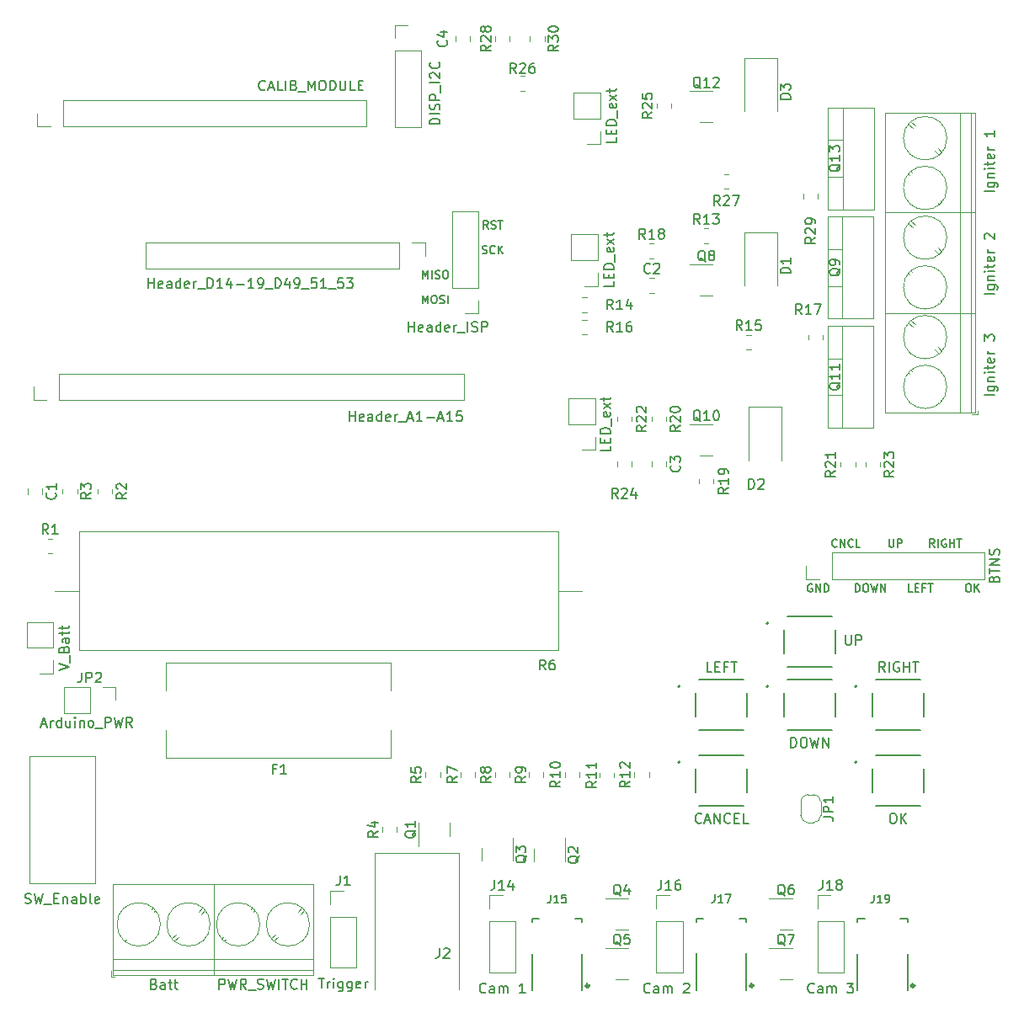
<source format=gbr>
%TF.GenerationSoftware,KiCad,Pcbnew,6.0.11-2627ca5db0~126~ubuntu22.04.1*%
%TF.CreationDate,2023-02-25T17:34:07+01:00*%
%TF.ProjectId,pyroDirector,7079726f-4469-4726-9563-746f722e6b69,rev?*%
%TF.SameCoordinates,Original*%
%TF.FileFunction,Legend,Top*%
%TF.FilePolarity,Positive*%
%FSLAX46Y46*%
G04 Gerber Fmt 4.6, Leading zero omitted, Abs format (unit mm)*
G04 Created by KiCad (PCBNEW 6.0.11-2627ca5db0~126~ubuntu22.04.1) date 2023-02-25 17:34:07*
%MOMM*%
%LPD*%
G01*
G04 APERTURE LIST*
%ADD10C,0.150000*%
%ADD11C,0.120000*%
%ADD12C,0.127000*%
%ADD13C,0.300000*%
%ADD14C,0.200000*%
G04 APERTURE END LIST*
D10*
X137992857Y-72611904D02*
X137992857Y-71811904D01*
X138259523Y-72383333D01*
X138526190Y-71811904D01*
X138526190Y-72611904D01*
X139059523Y-71811904D02*
X139211904Y-71811904D01*
X139288095Y-71850000D01*
X139364285Y-71926190D01*
X139402380Y-72078571D01*
X139402380Y-72345238D01*
X139364285Y-72497619D01*
X139288095Y-72573809D01*
X139211904Y-72611904D01*
X139059523Y-72611904D01*
X138983333Y-72573809D01*
X138907142Y-72497619D01*
X138869047Y-72345238D01*
X138869047Y-72078571D01*
X138907142Y-71926190D01*
X138983333Y-71850000D01*
X139059523Y-71811904D01*
X139707142Y-72573809D02*
X139821428Y-72611904D01*
X140011904Y-72611904D01*
X140088095Y-72573809D01*
X140126190Y-72535714D01*
X140164285Y-72459523D01*
X140164285Y-72383333D01*
X140126190Y-72307142D01*
X140088095Y-72269047D01*
X140011904Y-72230952D01*
X139859523Y-72192857D01*
X139783333Y-72154761D01*
X139745238Y-72116666D01*
X139707142Y-72040476D01*
X139707142Y-71964285D01*
X139745238Y-71888095D01*
X139783333Y-71850000D01*
X139859523Y-71811904D01*
X140050000Y-71811904D01*
X140164285Y-71850000D01*
X140507142Y-72611904D02*
X140507142Y-71811904D01*
X137992857Y-70111904D02*
X137992857Y-69311904D01*
X138259523Y-69883333D01*
X138526190Y-69311904D01*
X138526190Y-70111904D01*
X138907142Y-70111904D02*
X138907142Y-69311904D01*
X139250000Y-70073809D02*
X139364285Y-70111904D01*
X139554761Y-70111904D01*
X139630952Y-70073809D01*
X139669047Y-70035714D01*
X139707142Y-69959523D01*
X139707142Y-69883333D01*
X139669047Y-69807142D01*
X139630952Y-69769047D01*
X139554761Y-69730952D01*
X139402380Y-69692857D01*
X139326190Y-69654761D01*
X139288095Y-69616666D01*
X139250000Y-69540476D01*
X139250000Y-69464285D01*
X139288095Y-69388095D01*
X139326190Y-69350000D01*
X139402380Y-69311904D01*
X139592857Y-69311904D01*
X139707142Y-69350000D01*
X140202380Y-69311904D02*
X140354761Y-69311904D01*
X140430952Y-69350000D01*
X140507142Y-69426190D01*
X140545238Y-69578571D01*
X140545238Y-69845238D01*
X140507142Y-69997619D01*
X140430952Y-70073809D01*
X140354761Y-70111904D01*
X140202380Y-70111904D01*
X140126190Y-70073809D01*
X140050000Y-69997619D01*
X140011904Y-69845238D01*
X140011904Y-69578571D01*
X140050000Y-69426190D01*
X140126190Y-69350000D01*
X140202380Y-69311904D01*
X143971428Y-67573809D02*
X144085714Y-67611904D01*
X144276190Y-67611904D01*
X144352380Y-67573809D01*
X144390476Y-67535714D01*
X144428571Y-67459523D01*
X144428571Y-67383333D01*
X144390476Y-67307142D01*
X144352380Y-67269047D01*
X144276190Y-67230952D01*
X144123809Y-67192857D01*
X144047619Y-67154761D01*
X144009523Y-67116666D01*
X143971428Y-67040476D01*
X143971428Y-66964285D01*
X144009523Y-66888095D01*
X144047619Y-66850000D01*
X144123809Y-66811904D01*
X144314285Y-66811904D01*
X144428571Y-66850000D01*
X145228571Y-67535714D02*
X145190476Y-67573809D01*
X145076190Y-67611904D01*
X145000000Y-67611904D01*
X144885714Y-67573809D01*
X144809523Y-67497619D01*
X144771428Y-67421428D01*
X144733333Y-67269047D01*
X144733333Y-67154761D01*
X144771428Y-67002380D01*
X144809523Y-66926190D01*
X144885714Y-66850000D01*
X145000000Y-66811904D01*
X145076190Y-66811904D01*
X145190476Y-66850000D01*
X145228571Y-66888095D01*
X145571428Y-67611904D02*
X145571428Y-66811904D01*
X146028571Y-67611904D02*
X145685714Y-67154761D01*
X146028571Y-66811904D02*
X145571428Y-67269047D01*
X144561904Y-65111904D02*
X144295238Y-64730952D01*
X144104761Y-65111904D02*
X144104761Y-64311904D01*
X144409523Y-64311904D01*
X144485714Y-64350000D01*
X144523809Y-64388095D01*
X144561904Y-64464285D01*
X144561904Y-64578571D01*
X144523809Y-64654761D01*
X144485714Y-64692857D01*
X144409523Y-64730952D01*
X144104761Y-64730952D01*
X144866666Y-65073809D02*
X144980952Y-65111904D01*
X145171428Y-65111904D01*
X145247619Y-65073809D01*
X145285714Y-65035714D01*
X145323809Y-64959523D01*
X145323809Y-64883333D01*
X145285714Y-64807142D01*
X145247619Y-64769047D01*
X145171428Y-64730952D01*
X145019047Y-64692857D01*
X144942857Y-64654761D01*
X144904761Y-64616666D01*
X144866666Y-64540476D01*
X144866666Y-64464285D01*
X144904761Y-64388095D01*
X144942857Y-64350000D01*
X145019047Y-64311904D01*
X145209523Y-64311904D01*
X145323809Y-64350000D01*
X145552380Y-64311904D02*
X146009523Y-64311904D01*
X145780952Y-65111904D02*
X145780952Y-64311904D01*
X184871428Y-96311904D02*
X184871428Y-96959523D01*
X184909523Y-97035714D01*
X184947619Y-97073809D01*
X185023809Y-97111904D01*
X185176190Y-97111904D01*
X185252380Y-97073809D01*
X185290476Y-97035714D01*
X185328571Y-96959523D01*
X185328571Y-96311904D01*
X185709523Y-97111904D02*
X185709523Y-96311904D01*
X186014285Y-96311904D01*
X186090476Y-96350000D01*
X186128571Y-96388095D01*
X186166666Y-96464285D01*
X186166666Y-96578571D01*
X186128571Y-96654761D01*
X186090476Y-96692857D01*
X186014285Y-96730952D01*
X185709523Y-96730952D01*
X144333333Y-141857142D02*
X144285714Y-141904761D01*
X144142857Y-141952380D01*
X144047619Y-141952380D01*
X143904761Y-141904761D01*
X143809523Y-141809523D01*
X143761904Y-141714285D01*
X143714285Y-141523809D01*
X143714285Y-141380952D01*
X143761904Y-141190476D01*
X143809523Y-141095238D01*
X143904761Y-141000000D01*
X144047619Y-140952380D01*
X144142857Y-140952380D01*
X144285714Y-141000000D01*
X144333333Y-141047619D01*
X145190476Y-141952380D02*
X145190476Y-141428571D01*
X145142857Y-141333333D01*
X145047619Y-141285714D01*
X144857142Y-141285714D01*
X144761904Y-141333333D01*
X145190476Y-141904761D02*
X145095238Y-141952380D01*
X144857142Y-141952380D01*
X144761904Y-141904761D01*
X144714285Y-141809523D01*
X144714285Y-141714285D01*
X144761904Y-141619047D01*
X144857142Y-141571428D01*
X145095238Y-141571428D01*
X145190476Y-141523809D01*
X145666666Y-141952380D02*
X145666666Y-141285714D01*
X145666666Y-141380952D02*
X145714285Y-141333333D01*
X145809523Y-141285714D01*
X145952380Y-141285714D01*
X146047619Y-141333333D01*
X146095238Y-141428571D01*
X146095238Y-141952380D01*
X146095238Y-141428571D02*
X146142857Y-141333333D01*
X146238095Y-141285714D01*
X146380952Y-141285714D01*
X146476190Y-141333333D01*
X146523809Y-141428571D01*
X146523809Y-141952380D01*
X148285714Y-141952380D02*
X147714285Y-141952380D01*
X148000000Y-141952380D02*
X148000000Y-140952380D01*
X147904761Y-141095238D01*
X147809523Y-141190476D01*
X147714285Y-141238095D01*
X179604761Y-97035714D02*
X179566666Y-97073809D01*
X179452380Y-97111904D01*
X179376190Y-97111904D01*
X179261904Y-97073809D01*
X179185714Y-96997619D01*
X179147619Y-96921428D01*
X179109523Y-96769047D01*
X179109523Y-96654761D01*
X179147619Y-96502380D01*
X179185714Y-96426190D01*
X179261904Y-96350000D01*
X179376190Y-96311904D01*
X179452380Y-96311904D01*
X179566666Y-96350000D01*
X179604761Y-96388095D01*
X179947619Y-97111904D02*
X179947619Y-96311904D01*
X180404761Y-97111904D01*
X180404761Y-96311904D01*
X181242857Y-97035714D02*
X181204761Y-97073809D01*
X181090476Y-97111904D01*
X181014285Y-97111904D01*
X180900000Y-97073809D01*
X180823809Y-96997619D01*
X180785714Y-96921428D01*
X180747619Y-96769047D01*
X180747619Y-96654761D01*
X180785714Y-96502380D01*
X180823809Y-96426190D01*
X180900000Y-96350000D01*
X181014285Y-96311904D01*
X181090476Y-96311904D01*
X181204761Y-96350000D01*
X181242857Y-96388095D01*
X181966666Y-97111904D02*
X181585714Y-97111904D01*
X181585714Y-96311904D01*
X180494285Y-105952380D02*
X180494285Y-106761904D01*
X180541904Y-106857142D01*
X180589523Y-106904761D01*
X180684761Y-106952380D01*
X180875238Y-106952380D01*
X180970476Y-106904761D01*
X181018095Y-106857142D01*
X181065714Y-106761904D01*
X181065714Y-105952380D01*
X181541904Y-106952380D02*
X181541904Y-105952380D01*
X181922857Y-105952380D01*
X182018095Y-106000000D01*
X182065714Y-106047619D01*
X182113333Y-106142857D01*
X182113333Y-106285714D01*
X182065714Y-106380952D01*
X182018095Y-106428571D01*
X181922857Y-106476190D01*
X181541904Y-106476190D01*
X160833333Y-141857142D02*
X160785714Y-141904761D01*
X160642857Y-141952380D01*
X160547619Y-141952380D01*
X160404761Y-141904761D01*
X160309523Y-141809523D01*
X160261904Y-141714285D01*
X160214285Y-141523809D01*
X160214285Y-141380952D01*
X160261904Y-141190476D01*
X160309523Y-141095238D01*
X160404761Y-141000000D01*
X160547619Y-140952380D01*
X160642857Y-140952380D01*
X160785714Y-141000000D01*
X160833333Y-141047619D01*
X161690476Y-141952380D02*
X161690476Y-141428571D01*
X161642857Y-141333333D01*
X161547619Y-141285714D01*
X161357142Y-141285714D01*
X161261904Y-141333333D01*
X161690476Y-141904761D02*
X161595238Y-141952380D01*
X161357142Y-141952380D01*
X161261904Y-141904761D01*
X161214285Y-141809523D01*
X161214285Y-141714285D01*
X161261904Y-141619047D01*
X161357142Y-141571428D01*
X161595238Y-141571428D01*
X161690476Y-141523809D01*
X162166666Y-141952380D02*
X162166666Y-141285714D01*
X162166666Y-141380952D02*
X162214285Y-141333333D01*
X162309523Y-141285714D01*
X162452380Y-141285714D01*
X162547619Y-141333333D01*
X162595238Y-141428571D01*
X162595238Y-141952380D01*
X162595238Y-141428571D02*
X162642857Y-141333333D01*
X162738095Y-141285714D01*
X162880952Y-141285714D01*
X162976190Y-141333333D01*
X163023809Y-141428571D01*
X163023809Y-141952380D01*
X164214285Y-141047619D02*
X164261904Y-141000000D01*
X164357142Y-140952380D01*
X164595238Y-140952380D01*
X164690476Y-141000000D01*
X164738095Y-141047619D01*
X164785714Y-141142857D01*
X164785714Y-141238095D01*
X164738095Y-141380952D01*
X164166666Y-141952380D01*
X164785714Y-141952380D01*
X189433333Y-97111904D02*
X189166666Y-96730952D01*
X188976190Y-97111904D02*
X188976190Y-96311904D01*
X189280952Y-96311904D01*
X189357142Y-96350000D01*
X189395238Y-96388095D01*
X189433333Y-96464285D01*
X189433333Y-96578571D01*
X189395238Y-96654761D01*
X189357142Y-96692857D01*
X189280952Y-96730952D01*
X188976190Y-96730952D01*
X189776190Y-97111904D02*
X189776190Y-96311904D01*
X190576190Y-96350000D02*
X190500000Y-96311904D01*
X190385714Y-96311904D01*
X190271428Y-96350000D01*
X190195238Y-96426190D01*
X190157142Y-96502380D01*
X190119047Y-96654761D01*
X190119047Y-96769047D01*
X190157142Y-96921428D01*
X190195238Y-96997619D01*
X190271428Y-97073809D01*
X190385714Y-97111904D01*
X190461904Y-97111904D01*
X190576190Y-97073809D01*
X190614285Y-97035714D01*
X190614285Y-96769047D01*
X190461904Y-96769047D01*
X190957142Y-97111904D02*
X190957142Y-96311904D01*
X190957142Y-96692857D02*
X191414285Y-96692857D01*
X191414285Y-97111904D02*
X191414285Y-96311904D01*
X191680952Y-96311904D02*
X192138095Y-96311904D01*
X191909523Y-97111904D02*
X191909523Y-96311904D01*
X187238095Y-101611904D02*
X186857142Y-101611904D01*
X186857142Y-100811904D01*
X187504761Y-101192857D02*
X187771428Y-101192857D01*
X187885714Y-101611904D02*
X187504761Y-101611904D01*
X187504761Y-100811904D01*
X187885714Y-100811904D01*
X188495238Y-101192857D02*
X188228571Y-101192857D01*
X188228571Y-101611904D02*
X188228571Y-100811904D01*
X188609523Y-100811904D01*
X188800000Y-100811904D02*
X189257142Y-100811904D01*
X189028571Y-101611904D02*
X189028571Y-100811904D01*
X185184761Y-123882380D02*
X185375238Y-123882380D01*
X185470476Y-123930000D01*
X185565714Y-124025238D01*
X185613333Y-124215714D01*
X185613333Y-124549047D01*
X185565714Y-124739523D01*
X185470476Y-124834761D01*
X185375238Y-124882380D01*
X185184761Y-124882380D01*
X185089523Y-124834761D01*
X184994285Y-124739523D01*
X184946666Y-124549047D01*
X184946666Y-124215714D01*
X184994285Y-124025238D01*
X185089523Y-123930000D01*
X185184761Y-123882380D01*
X186041904Y-124882380D02*
X186041904Y-123882380D01*
X186613333Y-124882380D02*
X186184761Y-124310952D01*
X186613333Y-123882380D02*
X186041904Y-124453809D01*
X181495238Y-101611904D02*
X181495238Y-100811904D01*
X181685714Y-100811904D01*
X181800000Y-100850000D01*
X181876190Y-100926190D01*
X181914285Y-101002380D01*
X181952380Y-101154761D01*
X181952380Y-101269047D01*
X181914285Y-101421428D01*
X181876190Y-101497619D01*
X181800000Y-101573809D01*
X181685714Y-101611904D01*
X181495238Y-101611904D01*
X182447619Y-100811904D02*
X182600000Y-100811904D01*
X182676190Y-100850000D01*
X182752380Y-100926190D01*
X182790476Y-101078571D01*
X182790476Y-101345238D01*
X182752380Y-101497619D01*
X182676190Y-101573809D01*
X182600000Y-101611904D01*
X182447619Y-101611904D01*
X182371428Y-101573809D01*
X182295238Y-101497619D01*
X182257142Y-101345238D01*
X182257142Y-101078571D01*
X182295238Y-100926190D01*
X182371428Y-100850000D01*
X182447619Y-100811904D01*
X183057142Y-100811904D02*
X183247619Y-101611904D01*
X183400000Y-101040476D01*
X183552380Y-101611904D01*
X183742857Y-100811904D01*
X184047619Y-101611904D02*
X184047619Y-100811904D01*
X184504761Y-101611904D01*
X184504761Y-100811904D01*
X177333333Y-141857142D02*
X177285714Y-141904761D01*
X177142857Y-141952380D01*
X177047619Y-141952380D01*
X176904761Y-141904761D01*
X176809523Y-141809523D01*
X176761904Y-141714285D01*
X176714285Y-141523809D01*
X176714285Y-141380952D01*
X176761904Y-141190476D01*
X176809523Y-141095238D01*
X176904761Y-141000000D01*
X177047619Y-140952380D01*
X177142857Y-140952380D01*
X177285714Y-141000000D01*
X177333333Y-141047619D01*
X178190476Y-141952380D02*
X178190476Y-141428571D01*
X178142857Y-141333333D01*
X178047619Y-141285714D01*
X177857142Y-141285714D01*
X177761904Y-141333333D01*
X178190476Y-141904761D02*
X178095238Y-141952380D01*
X177857142Y-141952380D01*
X177761904Y-141904761D01*
X177714285Y-141809523D01*
X177714285Y-141714285D01*
X177761904Y-141619047D01*
X177857142Y-141571428D01*
X178095238Y-141571428D01*
X178190476Y-141523809D01*
X178666666Y-141952380D02*
X178666666Y-141285714D01*
X178666666Y-141380952D02*
X178714285Y-141333333D01*
X178809523Y-141285714D01*
X178952380Y-141285714D01*
X179047619Y-141333333D01*
X179095238Y-141428571D01*
X179095238Y-141952380D01*
X179095238Y-141428571D02*
X179142857Y-141333333D01*
X179238095Y-141285714D01*
X179380952Y-141285714D01*
X179476190Y-141333333D01*
X179523809Y-141428571D01*
X179523809Y-141952380D01*
X180666666Y-140952380D02*
X181285714Y-140952380D01*
X180952380Y-141333333D01*
X181095238Y-141333333D01*
X181190476Y-141380952D01*
X181238095Y-141428571D01*
X181285714Y-141523809D01*
X181285714Y-141761904D01*
X181238095Y-141857142D01*
X181190476Y-141904761D01*
X181095238Y-141952380D01*
X180809523Y-141952380D01*
X180714285Y-141904761D01*
X180666666Y-141857142D01*
X166000000Y-124787142D02*
X165952380Y-124834761D01*
X165809523Y-124882380D01*
X165714285Y-124882380D01*
X165571428Y-124834761D01*
X165476190Y-124739523D01*
X165428571Y-124644285D01*
X165380952Y-124453809D01*
X165380952Y-124310952D01*
X165428571Y-124120476D01*
X165476190Y-124025238D01*
X165571428Y-123930000D01*
X165714285Y-123882380D01*
X165809523Y-123882380D01*
X165952380Y-123930000D01*
X166000000Y-123977619D01*
X166380952Y-124596666D02*
X166857142Y-124596666D01*
X166285714Y-124882380D02*
X166619047Y-123882380D01*
X166952380Y-124882380D01*
X167285714Y-124882380D02*
X167285714Y-123882380D01*
X167857142Y-124882380D01*
X167857142Y-123882380D01*
X168904761Y-124787142D02*
X168857142Y-124834761D01*
X168714285Y-124882380D01*
X168619047Y-124882380D01*
X168476190Y-124834761D01*
X168380952Y-124739523D01*
X168333333Y-124644285D01*
X168285714Y-124453809D01*
X168285714Y-124310952D01*
X168333333Y-124120476D01*
X168380952Y-124025238D01*
X168476190Y-123930000D01*
X168619047Y-123882380D01*
X168714285Y-123882380D01*
X168857142Y-123930000D01*
X168904761Y-123977619D01*
X169333333Y-124358571D02*
X169666666Y-124358571D01*
X169809523Y-124882380D02*
X169333333Y-124882380D01*
X169333333Y-123882380D01*
X169809523Y-123882380D01*
X170714285Y-124882380D02*
X170238095Y-124882380D01*
X170238095Y-123882380D01*
X127523809Y-140452380D02*
X128095238Y-140452380D01*
X127809523Y-141452380D02*
X127809523Y-140452380D01*
X128428571Y-141452380D02*
X128428571Y-140785714D01*
X128428571Y-140976190D02*
X128476190Y-140880952D01*
X128523809Y-140833333D01*
X128619047Y-140785714D01*
X128714285Y-140785714D01*
X129047619Y-141452380D02*
X129047619Y-140785714D01*
X129047619Y-140452380D02*
X129000000Y-140500000D01*
X129047619Y-140547619D01*
X129095238Y-140500000D01*
X129047619Y-140452380D01*
X129047619Y-140547619D01*
X129952380Y-140785714D02*
X129952380Y-141595238D01*
X129904761Y-141690476D01*
X129857142Y-141738095D01*
X129761904Y-141785714D01*
X129619047Y-141785714D01*
X129523809Y-141738095D01*
X129952380Y-141404761D02*
X129857142Y-141452380D01*
X129666666Y-141452380D01*
X129571428Y-141404761D01*
X129523809Y-141357142D01*
X129476190Y-141261904D01*
X129476190Y-140976190D01*
X129523809Y-140880952D01*
X129571428Y-140833333D01*
X129666666Y-140785714D01*
X129857142Y-140785714D01*
X129952380Y-140833333D01*
X130857142Y-140785714D02*
X130857142Y-141595238D01*
X130809523Y-141690476D01*
X130761904Y-141738095D01*
X130666666Y-141785714D01*
X130523809Y-141785714D01*
X130428571Y-141738095D01*
X130857142Y-141404761D02*
X130761904Y-141452380D01*
X130571428Y-141452380D01*
X130476190Y-141404761D01*
X130428571Y-141357142D01*
X130380952Y-141261904D01*
X130380952Y-140976190D01*
X130428571Y-140880952D01*
X130476190Y-140833333D01*
X130571428Y-140785714D01*
X130761904Y-140785714D01*
X130857142Y-140833333D01*
X131714285Y-141404761D02*
X131619047Y-141452380D01*
X131428571Y-141452380D01*
X131333333Y-141404761D01*
X131285714Y-141309523D01*
X131285714Y-140928571D01*
X131333333Y-140833333D01*
X131428571Y-140785714D01*
X131619047Y-140785714D01*
X131714285Y-140833333D01*
X131761904Y-140928571D01*
X131761904Y-141023809D01*
X131285714Y-141119047D01*
X132190476Y-141452380D02*
X132190476Y-140785714D01*
X132190476Y-140976190D02*
X132238095Y-140880952D01*
X132285714Y-140833333D01*
X132380952Y-140785714D01*
X132476190Y-140785714D01*
X167047619Y-109642380D02*
X166571428Y-109642380D01*
X166571428Y-108642380D01*
X167380952Y-109118571D02*
X167714285Y-109118571D01*
X167857142Y-109642380D02*
X167380952Y-109642380D01*
X167380952Y-108642380D01*
X167857142Y-108642380D01*
X168619047Y-109118571D02*
X168285714Y-109118571D01*
X168285714Y-109642380D02*
X168285714Y-108642380D01*
X168761904Y-108642380D01*
X169000000Y-108642380D02*
X169571428Y-108642380D01*
X169285714Y-109642380D02*
X169285714Y-108642380D01*
X184446666Y-109642380D02*
X184113333Y-109166190D01*
X183875238Y-109642380D02*
X183875238Y-108642380D01*
X184256190Y-108642380D01*
X184351428Y-108690000D01*
X184399047Y-108737619D01*
X184446666Y-108832857D01*
X184446666Y-108975714D01*
X184399047Y-109070952D01*
X184351428Y-109118571D01*
X184256190Y-109166190D01*
X183875238Y-109166190D01*
X184875238Y-109642380D02*
X184875238Y-108642380D01*
X185875238Y-108690000D02*
X185780000Y-108642380D01*
X185637142Y-108642380D01*
X185494285Y-108690000D01*
X185399047Y-108785238D01*
X185351428Y-108880476D01*
X185303809Y-109070952D01*
X185303809Y-109213809D01*
X185351428Y-109404285D01*
X185399047Y-109499523D01*
X185494285Y-109594761D01*
X185637142Y-109642380D01*
X185732380Y-109642380D01*
X185875238Y-109594761D01*
X185922857Y-109547142D01*
X185922857Y-109213809D01*
X185732380Y-109213809D01*
X186351428Y-109642380D02*
X186351428Y-108642380D01*
X186351428Y-109118571D02*
X186922857Y-109118571D01*
X186922857Y-109642380D02*
X186922857Y-108642380D01*
X187256190Y-108642380D02*
X187827619Y-108642380D01*
X187541904Y-109642380D02*
X187541904Y-108642380D01*
X175009047Y-117262380D02*
X175009047Y-116262380D01*
X175247142Y-116262380D01*
X175390000Y-116310000D01*
X175485238Y-116405238D01*
X175532857Y-116500476D01*
X175580476Y-116690952D01*
X175580476Y-116833809D01*
X175532857Y-117024285D01*
X175485238Y-117119523D01*
X175390000Y-117214761D01*
X175247142Y-117262380D01*
X175009047Y-117262380D01*
X176199523Y-116262380D02*
X176390000Y-116262380D01*
X176485238Y-116310000D01*
X176580476Y-116405238D01*
X176628095Y-116595714D01*
X176628095Y-116929047D01*
X176580476Y-117119523D01*
X176485238Y-117214761D01*
X176390000Y-117262380D01*
X176199523Y-117262380D01*
X176104285Y-117214761D01*
X176009047Y-117119523D01*
X175961428Y-116929047D01*
X175961428Y-116595714D01*
X176009047Y-116405238D01*
X176104285Y-116310000D01*
X176199523Y-116262380D01*
X176961428Y-116262380D02*
X177199523Y-117262380D01*
X177390000Y-116548095D01*
X177580476Y-117262380D01*
X177818571Y-116262380D01*
X178199523Y-117262380D02*
X178199523Y-116262380D01*
X178770952Y-117262380D01*
X178770952Y-116262380D01*
X192773809Y-100811904D02*
X192926190Y-100811904D01*
X193002380Y-100850000D01*
X193078571Y-100926190D01*
X193116666Y-101078571D01*
X193116666Y-101345238D01*
X193078571Y-101497619D01*
X193002380Y-101573809D01*
X192926190Y-101611904D01*
X192773809Y-101611904D01*
X192697619Y-101573809D01*
X192621428Y-101497619D01*
X192583333Y-101345238D01*
X192583333Y-101078571D01*
X192621428Y-100926190D01*
X192697619Y-100850000D01*
X192773809Y-100811904D01*
X193459523Y-101611904D02*
X193459523Y-100811904D01*
X193916666Y-101611904D02*
X193573809Y-101154761D01*
X193916666Y-100811904D02*
X193459523Y-101269047D01*
X177140476Y-100850000D02*
X177064285Y-100811904D01*
X176950000Y-100811904D01*
X176835714Y-100850000D01*
X176759523Y-100926190D01*
X176721428Y-101002380D01*
X176683333Y-101154761D01*
X176683333Y-101269047D01*
X176721428Y-101421428D01*
X176759523Y-101497619D01*
X176835714Y-101573809D01*
X176950000Y-101611904D01*
X177026190Y-101611904D01*
X177140476Y-101573809D01*
X177178571Y-101535714D01*
X177178571Y-101269047D01*
X177026190Y-101269047D01*
X177521428Y-101611904D02*
X177521428Y-100811904D01*
X177978571Y-101611904D01*
X177978571Y-100811904D01*
X178359523Y-101611904D02*
X178359523Y-100811904D01*
X178550000Y-100811904D01*
X178664285Y-100850000D01*
X178740476Y-100926190D01*
X178778571Y-101002380D01*
X178816666Y-101154761D01*
X178816666Y-101269047D01*
X178778571Y-101421428D01*
X178740476Y-101497619D01*
X178664285Y-101573809D01*
X178550000Y-101611904D01*
X178359523Y-101611904D01*
%TO.C,R6*%
X150333333Y-109452380D02*
X150000000Y-108976190D01*
X149761904Y-109452380D02*
X149761904Y-108452380D01*
X150142857Y-108452380D01*
X150238095Y-108500000D01*
X150285714Y-108547619D01*
X150333333Y-108642857D01*
X150333333Y-108785714D01*
X150285714Y-108880952D01*
X150238095Y-108928571D01*
X150142857Y-108976190D01*
X149761904Y-108976190D01*
X151190476Y-108452380D02*
X151000000Y-108452380D01*
X150904761Y-108500000D01*
X150857142Y-108547619D01*
X150761904Y-108690476D01*
X150714285Y-108880952D01*
X150714285Y-109261904D01*
X150761904Y-109357142D01*
X150809523Y-109404761D01*
X150904761Y-109452380D01*
X151095238Y-109452380D01*
X151190476Y-109404761D01*
X151238095Y-109357142D01*
X151285714Y-109261904D01*
X151285714Y-109023809D01*
X151238095Y-108928571D01*
X151190476Y-108880952D01*
X151095238Y-108833333D01*
X150904761Y-108833333D01*
X150809523Y-108880952D01*
X150761904Y-108928571D01*
X150714285Y-109023809D01*
%TO.C,J19*%
X183351360Y-132061214D02*
X183351360Y-132633543D01*
X183313205Y-132748009D01*
X183236895Y-132824319D01*
X183122429Y-132862474D01*
X183046119Y-132862474D01*
X184152620Y-132862474D02*
X183694758Y-132862474D01*
X183923689Y-132862474D02*
X183923689Y-132061214D01*
X183847379Y-132175680D01*
X183771068Y-132251990D01*
X183694758Y-132290146D01*
X184534173Y-132862474D02*
X184686794Y-132862474D01*
X184763104Y-132824319D01*
X184801260Y-132786164D01*
X184877570Y-132671698D01*
X184915725Y-132519077D01*
X184915725Y-132213835D01*
X184877570Y-132137525D01*
X184839415Y-132099370D01*
X184763104Y-132061214D01*
X184610483Y-132061214D01*
X184534173Y-132099370D01*
X184496018Y-132137525D01*
X184457862Y-132213835D01*
X184457862Y-132404611D01*
X184496018Y-132480922D01*
X184534173Y-132519077D01*
X184610483Y-132557232D01*
X184763104Y-132557232D01*
X184839415Y-132519077D01*
X184877570Y-132480922D01*
X184915725Y-132404611D01*
%TO.C,J17*%
X167355460Y-132034814D02*
X167355460Y-132607143D01*
X167317305Y-132721609D01*
X167240995Y-132797919D01*
X167126529Y-132836074D01*
X167050219Y-132836074D01*
X168156720Y-132836074D02*
X167698858Y-132836074D01*
X167927789Y-132836074D02*
X167927789Y-132034814D01*
X167851479Y-132149280D01*
X167775168Y-132225590D01*
X167698858Y-132263746D01*
X168423807Y-132034814D02*
X168957980Y-132034814D01*
X168614583Y-132836074D01*
%TO.C,J15*%
X150851360Y-132061214D02*
X150851360Y-132633543D01*
X150813205Y-132748009D01*
X150736895Y-132824319D01*
X150622429Y-132862474D01*
X150546119Y-132862474D01*
X151652620Y-132862474D02*
X151194758Y-132862474D01*
X151423689Y-132862474D02*
X151423689Y-132061214D01*
X151347379Y-132175680D01*
X151271068Y-132251990D01*
X151194758Y-132290146D01*
X152377570Y-132061214D02*
X151996018Y-132061214D01*
X151957862Y-132442767D01*
X151996018Y-132404611D01*
X152072328Y-132366456D01*
X152263104Y-132366456D01*
X152339415Y-132404611D01*
X152377570Y-132442767D01*
X152415725Y-132519077D01*
X152415725Y-132709853D01*
X152377570Y-132786164D01*
X152339415Y-132824319D01*
X152263104Y-132862474D01*
X152072328Y-132862474D01*
X151996018Y-132824319D01*
X151957862Y-132786164D01*
%TO.C,J2*%
X139666666Y-137452380D02*
X139666666Y-138166666D01*
X139619047Y-138309523D01*
X139523809Y-138404761D01*
X139380952Y-138452380D01*
X139285714Y-138452380D01*
X140095238Y-137547619D02*
X140142857Y-137500000D01*
X140238095Y-137452380D01*
X140476190Y-137452380D01*
X140571428Y-137500000D01*
X140619047Y-137547619D01*
X140666666Y-137642857D01*
X140666666Y-137738095D01*
X140619047Y-137880952D01*
X140047619Y-138452380D01*
X140666666Y-138452380D01*
%TO.C,J8*%
X117525238Y-141562380D02*
X117525238Y-140562380D01*
X117906190Y-140562380D01*
X118001428Y-140610000D01*
X118049047Y-140657619D01*
X118096666Y-140752857D01*
X118096666Y-140895714D01*
X118049047Y-140990952D01*
X118001428Y-141038571D01*
X117906190Y-141086190D01*
X117525238Y-141086190D01*
X118430000Y-140562380D02*
X118668095Y-141562380D01*
X118858571Y-140848095D01*
X119049047Y-141562380D01*
X119287142Y-140562380D01*
X120239523Y-141562380D02*
X119906190Y-141086190D01*
X119668095Y-141562380D02*
X119668095Y-140562380D01*
X120049047Y-140562380D01*
X120144285Y-140610000D01*
X120191904Y-140657619D01*
X120239523Y-140752857D01*
X120239523Y-140895714D01*
X120191904Y-140990952D01*
X120144285Y-141038571D01*
X120049047Y-141086190D01*
X119668095Y-141086190D01*
X120430000Y-141657619D02*
X121191904Y-141657619D01*
X121382380Y-141514761D02*
X121525238Y-141562380D01*
X121763333Y-141562380D01*
X121858571Y-141514761D01*
X121906190Y-141467142D01*
X121953809Y-141371904D01*
X121953809Y-141276666D01*
X121906190Y-141181428D01*
X121858571Y-141133809D01*
X121763333Y-141086190D01*
X121572857Y-141038571D01*
X121477619Y-140990952D01*
X121430000Y-140943333D01*
X121382380Y-140848095D01*
X121382380Y-140752857D01*
X121430000Y-140657619D01*
X121477619Y-140610000D01*
X121572857Y-140562380D01*
X121810952Y-140562380D01*
X121953809Y-140610000D01*
X122287142Y-140562380D02*
X122525238Y-141562380D01*
X122715714Y-140848095D01*
X122906190Y-141562380D01*
X123144285Y-140562380D01*
X123525238Y-141562380D02*
X123525238Y-140562380D01*
X123858571Y-140562380D02*
X124430000Y-140562380D01*
X124144285Y-141562380D02*
X124144285Y-140562380D01*
X125334761Y-141467142D02*
X125287142Y-141514761D01*
X125144285Y-141562380D01*
X125049047Y-141562380D01*
X124906190Y-141514761D01*
X124810952Y-141419523D01*
X124763333Y-141324285D01*
X124715714Y-141133809D01*
X124715714Y-140990952D01*
X124763333Y-140800476D01*
X124810952Y-140705238D01*
X124906190Y-140610000D01*
X125049047Y-140562380D01*
X125144285Y-140562380D01*
X125287142Y-140610000D01*
X125334761Y-140657619D01*
X125763333Y-141562380D02*
X125763333Y-140562380D01*
X125763333Y-141038571D02*
X126334761Y-141038571D01*
X126334761Y-141562380D02*
X126334761Y-140562380D01*
%TO.C,J9*%
X110977619Y-141038571D02*
X111120476Y-141086190D01*
X111168095Y-141133809D01*
X111215714Y-141229047D01*
X111215714Y-141371904D01*
X111168095Y-141467142D01*
X111120476Y-141514761D01*
X111025238Y-141562380D01*
X110644285Y-141562380D01*
X110644285Y-140562380D01*
X110977619Y-140562380D01*
X111072857Y-140610000D01*
X111120476Y-140657619D01*
X111168095Y-140752857D01*
X111168095Y-140848095D01*
X111120476Y-140943333D01*
X111072857Y-140990952D01*
X110977619Y-141038571D01*
X110644285Y-141038571D01*
X112072857Y-141562380D02*
X112072857Y-141038571D01*
X112025238Y-140943333D01*
X111930000Y-140895714D01*
X111739523Y-140895714D01*
X111644285Y-140943333D01*
X112072857Y-141514761D02*
X111977619Y-141562380D01*
X111739523Y-141562380D01*
X111644285Y-141514761D01*
X111596666Y-141419523D01*
X111596666Y-141324285D01*
X111644285Y-141229047D01*
X111739523Y-141181428D01*
X111977619Y-141181428D01*
X112072857Y-141133809D01*
X112406190Y-140895714D02*
X112787142Y-140895714D01*
X112549047Y-140562380D02*
X112549047Y-141419523D01*
X112596666Y-141514761D01*
X112691904Y-141562380D01*
X112787142Y-141562380D01*
X112977619Y-140895714D02*
X113358571Y-140895714D01*
X113120476Y-140562380D02*
X113120476Y-141419523D01*
X113168095Y-141514761D01*
X113263333Y-141562380D01*
X113358571Y-141562380D01*
%TO.C,J23*%
X195452380Y-81843809D02*
X194452380Y-81843809D01*
X194785714Y-80939047D02*
X195595238Y-80939047D01*
X195690476Y-80986666D01*
X195738095Y-81034285D01*
X195785714Y-81129523D01*
X195785714Y-81272380D01*
X195738095Y-81367619D01*
X195404761Y-80939047D02*
X195452380Y-81034285D01*
X195452380Y-81224761D01*
X195404761Y-81320000D01*
X195357142Y-81367619D01*
X195261904Y-81415238D01*
X194976190Y-81415238D01*
X194880952Y-81367619D01*
X194833333Y-81320000D01*
X194785714Y-81224761D01*
X194785714Y-81034285D01*
X194833333Y-80939047D01*
X194785714Y-80462857D02*
X195452380Y-80462857D01*
X194880952Y-80462857D02*
X194833333Y-80415238D01*
X194785714Y-80320000D01*
X194785714Y-80177142D01*
X194833333Y-80081904D01*
X194928571Y-80034285D01*
X195452380Y-80034285D01*
X195452380Y-79558095D02*
X194785714Y-79558095D01*
X194452380Y-79558095D02*
X194500000Y-79605714D01*
X194547619Y-79558095D01*
X194500000Y-79510476D01*
X194452380Y-79558095D01*
X194547619Y-79558095D01*
X194785714Y-79224761D02*
X194785714Y-78843809D01*
X194452380Y-79081904D02*
X195309523Y-79081904D01*
X195404761Y-79034285D01*
X195452380Y-78939047D01*
X195452380Y-78843809D01*
X195404761Y-78129523D02*
X195452380Y-78224761D01*
X195452380Y-78415238D01*
X195404761Y-78510476D01*
X195309523Y-78558095D01*
X194928571Y-78558095D01*
X194833333Y-78510476D01*
X194785714Y-78415238D01*
X194785714Y-78224761D01*
X194833333Y-78129523D01*
X194928571Y-78081904D01*
X195023809Y-78081904D01*
X195119047Y-78558095D01*
X195452380Y-77653333D02*
X194785714Y-77653333D01*
X194976190Y-77653333D02*
X194880952Y-77605714D01*
X194833333Y-77558095D01*
X194785714Y-77462857D01*
X194785714Y-77367619D01*
X194452380Y-76367619D02*
X194452380Y-75748571D01*
X194833333Y-76081904D01*
X194833333Y-75939047D01*
X194880952Y-75843809D01*
X194928571Y-75796190D01*
X195023809Y-75748571D01*
X195261904Y-75748571D01*
X195357142Y-75796190D01*
X195404761Y-75843809D01*
X195452380Y-75939047D01*
X195452380Y-76224761D01*
X195404761Y-76320000D01*
X195357142Y-76367619D01*
%TO.C,J21*%
X195452380Y-71663809D02*
X194452380Y-71663809D01*
X194785714Y-70759047D02*
X195595238Y-70759047D01*
X195690476Y-70806666D01*
X195738095Y-70854285D01*
X195785714Y-70949523D01*
X195785714Y-71092380D01*
X195738095Y-71187619D01*
X195404761Y-70759047D02*
X195452380Y-70854285D01*
X195452380Y-71044761D01*
X195404761Y-71140000D01*
X195357142Y-71187619D01*
X195261904Y-71235238D01*
X194976190Y-71235238D01*
X194880952Y-71187619D01*
X194833333Y-71140000D01*
X194785714Y-71044761D01*
X194785714Y-70854285D01*
X194833333Y-70759047D01*
X194785714Y-70282857D02*
X195452380Y-70282857D01*
X194880952Y-70282857D02*
X194833333Y-70235238D01*
X194785714Y-70140000D01*
X194785714Y-69997142D01*
X194833333Y-69901904D01*
X194928571Y-69854285D01*
X195452380Y-69854285D01*
X195452380Y-69378095D02*
X194785714Y-69378095D01*
X194452380Y-69378095D02*
X194500000Y-69425714D01*
X194547619Y-69378095D01*
X194500000Y-69330476D01*
X194452380Y-69378095D01*
X194547619Y-69378095D01*
X194785714Y-69044761D02*
X194785714Y-68663809D01*
X194452380Y-68901904D02*
X195309523Y-68901904D01*
X195404761Y-68854285D01*
X195452380Y-68759047D01*
X195452380Y-68663809D01*
X195404761Y-67949523D02*
X195452380Y-68044761D01*
X195452380Y-68235238D01*
X195404761Y-68330476D01*
X195309523Y-68378095D01*
X194928571Y-68378095D01*
X194833333Y-68330476D01*
X194785714Y-68235238D01*
X194785714Y-68044761D01*
X194833333Y-67949523D01*
X194928571Y-67901904D01*
X195023809Y-67901904D01*
X195119047Y-68378095D01*
X195452380Y-67473333D02*
X194785714Y-67473333D01*
X194976190Y-67473333D02*
X194880952Y-67425714D01*
X194833333Y-67378095D01*
X194785714Y-67282857D01*
X194785714Y-67187619D01*
X194547619Y-66140000D02*
X194500000Y-66092380D01*
X194452380Y-65997142D01*
X194452380Y-65759047D01*
X194500000Y-65663809D01*
X194547619Y-65616190D01*
X194642857Y-65568571D01*
X194738095Y-65568571D01*
X194880952Y-65616190D01*
X195452380Y-66187619D01*
X195452380Y-65568571D01*
%TO.C,J25*%
X195452380Y-61343809D02*
X194452380Y-61343809D01*
X194785714Y-60439047D02*
X195595238Y-60439047D01*
X195690476Y-60486666D01*
X195738095Y-60534285D01*
X195785714Y-60629523D01*
X195785714Y-60772380D01*
X195738095Y-60867619D01*
X195404761Y-60439047D02*
X195452380Y-60534285D01*
X195452380Y-60724761D01*
X195404761Y-60820000D01*
X195357142Y-60867619D01*
X195261904Y-60915238D01*
X194976190Y-60915238D01*
X194880952Y-60867619D01*
X194833333Y-60820000D01*
X194785714Y-60724761D01*
X194785714Y-60534285D01*
X194833333Y-60439047D01*
X194785714Y-59962857D02*
X195452380Y-59962857D01*
X194880952Y-59962857D02*
X194833333Y-59915238D01*
X194785714Y-59820000D01*
X194785714Y-59677142D01*
X194833333Y-59581904D01*
X194928571Y-59534285D01*
X195452380Y-59534285D01*
X195452380Y-59058095D02*
X194785714Y-59058095D01*
X194452380Y-59058095D02*
X194500000Y-59105714D01*
X194547619Y-59058095D01*
X194500000Y-59010476D01*
X194452380Y-59058095D01*
X194547619Y-59058095D01*
X194785714Y-58724761D02*
X194785714Y-58343809D01*
X194452380Y-58581904D02*
X195309523Y-58581904D01*
X195404761Y-58534285D01*
X195452380Y-58439047D01*
X195452380Y-58343809D01*
X195404761Y-57629523D02*
X195452380Y-57724761D01*
X195452380Y-57915238D01*
X195404761Y-58010476D01*
X195309523Y-58058095D01*
X194928571Y-58058095D01*
X194833333Y-58010476D01*
X194785714Y-57915238D01*
X194785714Y-57724761D01*
X194833333Y-57629523D01*
X194928571Y-57581904D01*
X195023809Y-57581904D01*
X195119047Y-58058095D01*
X195452380Y-57153333D02*
X194785714Y-57153333D01*
X194976190Y-57153333D02*
X194880952Y-57105714D01*
X194833333Y-57058095D01*
X194785714Y-56962857D01*
X194785714Y-56867619D01*
X195452380Y-55248571D02*
X195452380Y-55820000D01*
X195452380Y-55534285D02*
X194452380Y-55534285D01*
X194595238Y-55629523D01*
X194690476Y-55724761D01*
X194738095Y-55820000D01*
%TO.C,F1*%
X123216666Y-119428571D02*
X122883333Y-119428571D01*
X122883333Y-119952380D02*
X122883333Y-118952380D01*
X123359523Y-118952380D01*
X124264285Y-119952380D02*
X123692857Y-119952380D01*
X123978571Y-119952380D02*
X123978571Y-118952380D01*
X123883333Y-119095238D01*
X123788095Y-119190476D01*
X123692857Y-119238095D01*
%TO.C,R4*%
X133464880Y-125666666D02*
X132988690Y-126000000D01*
X133464880Y-126238095D02*
X132464880Y-126238095D01*
X132464880Y-125857142D01*
X132512500Y-125761904D01*
X132560119Y-125714285D01*
X132655357Y-125666666D01*
X132798214Y-125666666D01*
X132893452Y-125714285D01*
X132941071Y-125761904D01*
X132988690Y-125857142D01*
X132988690Y-126238095D01*
X132798214Y-124809523D02*
X133464880Y-124809523D01*
X132417261Y-125047619D02*
X133131547Y-125285714D01*
X133131547Y-124666666D01*
%TO.C,J12*%
X122130952Y-51107142D02*
X122083333Y-51154761D01*
X121940476Y-51202380D01*
X121845238Y-51202380D01*
X121702380Y-51154761D01*
X121607142Y-51059523D01*
X121559523Y-50964285D01*
X121511904Y-50773809D01*
X121511904Y-50630952D01*
X121559523Y-50440476D01*
X121607142Y-50345238D01*
X121702380Y-50250000D01*
X121845238Y-50202380D01*
X121940476Y-50202380D01*
X122083333Y-50250000D01*
X122130952Y-50297619D01*
X122511904Y-50916666D02*
X122988095Y-50916666D01*
X122416666Y-51202380D02*
X122750000Y-50202380D01*
X123083333Y-51202380D01*
X123892857Y-51202380D02*
X123416666Y-51202380D01*
X123416666Y-50202380D01*
X124226190Y-51202380D02*
X124226190Y-50202380D01*
X125035714Y-50678571D02*
X125178571Y-50726190D01*
X125226190Y-50773809D01*
X125273809Y-50869047D01*
X125273809Y-51011904D01*
X125226190Y-51107142D01*
X125178571Y-51154761D01*
X125083333Y-51202380D01*
X124702380Y-51202380D01*
X124702380Y-50202380D01*
X125035714Y-50202380D01*
X125130952Y-50250000D01*
X125178571Y-50297619D01*
X125226190Y-50392857D01*
X125226190Y-50488095D01*
X125178571Y-50583333D01*
X125130952Y-50630952D01*
X125035714Y-50678571D01*
X124702380Y-50678571D01*
X125464285Y-51297619D02*
X126226190Y-51297619D01*
X126464285Y-51202380D02*
X126464285Y-50202380D01*
X126797619Y-50916666D01*
X127130952Y-50202380D01*
X127130952Y-51202380D01*
X127797619Y-50202380D02*
X127988095Y-50202380D01*
X128083333Y-50250000D01*
X128178571Y-50345238D01*
X128226190Y-50535714D01*
X128226190Y-50869047D01*
X128178571Y-51059523D01*
X128083333Y-51154761D01*
X127988095Y-51202380D01*
X127797619Y-51202380D01*
X127702380Y-51154761D01*
X127607142Y-51059523D01*
X127559523Y-50869047D01*
X127559523Y-50535714D01*
X127607142Y-50345238D01*
X127702380Y-50250000D01*
X127797619Y-50202380D01*
X128654761Y-51202380D02*
X128654761Y-50202380D01*
X128892857Y-50202380D01*
X129035714Y-50250000D01*
X129130952Y-50345238D01*
X129178571Y-50440476D01*
X129226190Y-50630952D01*
X129226190Y-50773809D01*
X129178571Y-50964285D01*
X129130952Y-51059523D01*
X129035714Y-51154761D01*
X128892857Y-51202380D01*
X128654761Y-51202380D01*
X129654761Y-50202380D02*
X129654761Y-51011904D01*
X129702380Y-51107142D01*
X129750000Y-51154761D01*
X129845238Y-51202380D01*
X130035714Y-51202380D01*
X130130952Y-51154761D01*
X130178571Y-51107142D01*
X130226190Y-51011904D01*
X130226190Y-50202380D01*
X131178571Y-51202380D02*
X130702380Y-51202380D01*
X130702380Y-50202380D01*
X131511904Y-50678571D02*
X131845238Y-50678571D01*
X131988095Y-51202380D02*
X131511904Y-51202380D01*
X131511904Y-50202380D01*
X131988095Y-50202380D01*
%TO.C,J14*%
X145190476Y-130597380D02*
X145190476Y-131311666D01*
X145142857Y-131454523D01*
X145047619Y-131549761D01*
X144904761Y-131597380D01*
X144809523Y-131597380D01*
X146190476Y-131597380D02*
X145619047Y-131597380D01*
X145904761Y-131597380D02*
X145904761Y-130597380D01*
X145809523Y-130740238D01*
X145714285Y-130835476D01*
X145619047Y-130883095D01*
X147047619Y-130930714D02*
X147047619Y-131597380D01*
X146809523Y-130549761D02*
X146571428Y-131264047D01*
X147190476Y-131264047D01*
%TO.C,R30*%
X151602380Y-46642857D02*
X151126190Y-46976190D01*
X151602380Y-47214285D02*
X150602380Y-47214285D01*
X150602380Y-46833333D01*
X150650000Y-46738095D01*
X150697619Y-46690476D01*
X150792857Y-46642857D01*
X150935714Y-46642857D01*
X151030952Y-46690476D01*
X151078571Y-46738095D01*
X151126190Y-46833333D01*
X151126190Y-47214285D01*
X150602380Y-46309523D02*
X150602380Y-45690476D01*
X150983333Y-46023809D01*
X150983333Y-45880952D01*
X151030952Y-45785714D01*
X151078571Y-45738095D01*
X151173809Y-45690476D01*
X151411904Y-45690476D01*
X151507142Y-45738095D01*
X151554761Y-45785714D01*
X151602380Y-45880952D01*
X151602380Y-46166666D01*
X151554761Y-46261904D01*
X151507142Y-46309523D01*
X150602380Y-45071428D02*
X150602380Y-44976190D01*
X150650000Y-44880952D01*
X150697619Y-44833333D01*
X150792857Y-44785714D01*
X150983333Y-44738095D01*
X151221428Y-44738095D01*
X151411904Y-44785714D01*
X151507142Y-44833333D01*
X151554761Y-44880952D01*
X151602380Y-44976190D01*
X151602380Y-45071428D01*
X151554761Y-45166666D01*
X151507142Y-45214285D01*
X151411904Y-45261904D01*
X151221428Y-45309523D01*
X150983333Y-45309523D01*
X150792857Y-45261904D01*
X150697619Y-45214285D01*
X150650000Y-45166666D01*
X150602380Y-45071428D01*
%TO.C,R13*%
X165857142Y-64622380D02*
X165523809Y-64146190D01*
X165285714Y-64622380D02*
X165285714Y-63622380D01*
X165666666Y-63622380D01*
X165761904Y-63670000D01*
X165809523Y-63717619D01*
X165857142Y-63812857D01*
X165857142Y-63955714D01*
X165809523Y-64050952D01*
X165761904Y-64098571D01*
X165666666Y-64146190D01*
X165285714Y-64146190D01*
X166809523Y-64622380D02*
X166238095Y-64622380D01*
X166523809Y-64622380D02*
X166523809Y-63622380D01*
X166428571Y-63765238D01*
X166333333Y-63860476D01*
X166238095Y-63908095D01*
X167142857Y-63622380D02*
X167761904Y-63622380D01*
X167428571Y-64003333D01*
X167571428Y-64003333D01*
X167666666Y-64050952D01*
X167714285Y-64098571D01*
X167761904Y-64193809D01*
X167761904Y-64431904D01*
X167714285Y-64527142D01*
X167666666Y-64574761D01*
X167571428Y-64622380D01*
X167285714Y-64622380D01*
X167190476Y-64574761D01*
X167142857Y-64527142D01*
%TO.C,J6*%
X101452380Y-109468095D02*
X102452380Y-109134761D01*
X101452380Y-108801428D01*
X102547619Y-108706190D02*
X102547619Y-107944285D01*
X101928571Y-107372857D02*
X101976190Y-107230000D01*
X102023809Y-107182380D01*
X102119047Y-107134761D01*
X102261904Y-107134761D01*
X102357142Y-107182380D01*
X102404761Y-107230000D01*
X102452380Y-107325238D01*
X102452380Y-107706190D01*
X101452380Y-107706190D01*
X101452380Y-107372857D01*
X101500000Y-107277619D01*
X101547619Y-107230000D01*
X101642857Y-107182380D01*
X101738095Y-107182380D01*
X101833333Y-107230000D01*
X101880952Y-107277619D01*
X101928571Y-107372857D01*
X101928571Y-107706190D01*
X102452380Y-106277619D02*
X101928571Y-106277619D01*
X101833333Y-106325238D01*
X101785714Y-106420476D01*
X101785714Y-106610952D01*
X101833333Y-106706190D01*
X102404761Y-106277619D02*
X102452380Y-106372857D01*
X102452380Y-106610952D01*
X102404761Y-106706190D01*
X102309523Y-106753809D01*
X102214285Y-106753809D01*
X102119047Y-106706190D01*
X102071428Y-106610952D01*
X102071428Y-106372857D01*
X102023809Y-106277619D01*
X101785714Y-105944285D02*
X101785714Y-105563333D01*
X101452380Y-105801428D02*
X102309523Y-105801428D01*
X102404761Y-105753809D01*
X102452380Y-105658571D01*
X102452380Y-105563333D01*
X101785714Y-105372857D02*
X101785714Y-104991904D01*
X101452380Y-105230000D02*
X102309523Y-105230000D01*
X102404761Y-105182380D01*
X102452380Y-105087142D01*
X102452380Y-104991904D01*
%TO.C,Q8*%
X166404761Y-68397619D02*
X166309523Y-68350000D01*
X166214285Y-68254761D01*
X166071428Y-68111904D01*
X165976190Y-68064285D01*
X165880952Y-68064285D01*
X165928571Y-68302380D02*
X165833333Y-68254761D01*
X165738095Y-68159523D01*
X165690476Y-67969047D01*
X165690476Y-67635714D01*
X165738095Y-67445238D01*
X165833333Y-67350000D01*
X165928571Y-67302380D01*
X166119047Y-67302380D01*
X166214285Y-67350000D01*
X166309523Y-67445238D01*
X166357142Y-67635714D01*
X166357142Y-67969047D01*
X166309523Y-68159523D01*
X166214285Y-68254761D01*
X166119047Y-68302380D01*
X165928571Y-68302380D01*
X166928571Y-67730952D02*
X166833333Y-67683333D01*
X166785714Y-67635714D01*
X166738095Y-67540476D01*
X166738095Y-67492857D01*
X166785714Y-67397619D01*
X166833333Y-67350000D01*
X166928571Y-67302380D01*
X167119047Y-67302380D01*
X167214285Y-67350000D01*
X167261904Y-67397619D01*
X167309523Y-67492857D01*
X167309523Y-67540476D01*
X167261904Y-67635714D01*
X167214285Y-67683333D01*
X167119047Y-67730952D01*
X166928571Y-67730952D01*
X166833333Y-67778571D01*
X166785714Y-67826190D01*
X166738095Y-67921428D01*
X166738095Y-68111904D01*
X166785714Y-68207142D01*
X166833333Y-68254761D01*
X166928571Y-68302380D01*
X167119047Y-68302380D01*
X167214285Y-68254761D01*
X167261904Y-68207142D01*
X167309523Y-68111904D01*
X167309523Y-67921428D01*
X167261904Y-67826190D01*
X167214285Y-67778571D01*
X167119047Y-67730952D01*
%TO.C,R8*%
X144802380Y-120166666D02*
X144326190Y-120500000D01*
X144802380Y-120738095D02*
X143802380Y-120738095D01*
X143802380Y-120357142D01*
X143850000Y-120261904D01*
X143897619Y-120214285D01*
X143992857Y-120166666D01*
X144135714Y-120166666D01*
X144230952Y-120214285D01*
X144278571Y-120261904D01*
X144326190Y-120357142D01*
X144326190Y-120738095D01*
X144230952Y-119595238D02*
X144183333Y-119690476D01*
X144135714Y-119738095D01*
X144040476Y-119785714D01*
X143992857Y-119785714D01*
X143897619Y-119738095D01*
X143850000Y-119690476D01*
X143802380Y-119595238D01*
X143802380Y-119404761D01*
X143850000Y-119309523D01*
X143897619Y-119261904D01*
X143992857Y-119214285D01*
X144040476Y-119214285D01*
X144135714Y-119261904D01*
X144183333Y-119309523D01*
X144230952Y-119404761D01*
X144230952Y-119595238D01*
X144278571Y-119690476D01*
X144326190Y-119738095D01*
X144421428Y-119785714D01*
X144611904Y-119785714D01*
X144707142Y-119738095D01*
X144754761Y-119690476D01*
X144802380Y-119595238D01*
X144802380Y-119404761D01*
X144754761Y-119309523D01*
X144707142Y-119261904D01*
X144611904Y-119214285D01*
X144421428Y-119214285D01*
X144326190Y-119261904D01*
X144278571Y-119309523D01*
X144230952Y-119404761D01*
%TO.C,R5*%
X137802380Y-120166666D02*
X137326190Y-120500000D01*
X137802380Y-120738095D02*
X136802380Y-120738095D01*
X136802380Y-120357142D01*
X136850000Y-120261904D01*
X136897619Y-120214285D01*
X136992857Y-120166666D01*
X137135714Y-120166666D01*
X137230952Y-120214285D01*
X137278571Y-120261904D01*
X137326190Y-120357142D01*
X137326190Y-120738095D01*
X136802380Y-119261904D02*
X136802380Y-119738095D01*
X137278571Y-119785714D01*
X137230952Y-119738095D01*
X137183333Y-119642857D01*
X137183333Y-119404761D01*
X137230952Y-119309523D01*
X137278571Y-119261904D01*
X137373809Y-119214285D01*
X137611904Y-119214285D01*
X137707142Y-119261904D01*
X137754761Y-119309523D01*
X137802380Y-119404761D01*
X137802380Y-119642857D01*
X137754761Y-119738095D01*
X137707142Y-119785714D01*
%TO.C,Q1*%
X137310119Y-125595238D02*
X137262500Y-125690476D01*
X137167261Y-125785714D01*
X137024404Y-125928571D01*
X136976785Y-126023809D01*
X136976785Y-126119047D01*
X137214880Y-126071428D02*
X137167261Y-126166666D01*
X137072023Y-126261904D01*
X136881547Y-126309523D01*
X136548214Y-126309523D01*
X136357738Y-126261904D01*
X136262500Y-126166666D01*
X136214880Y-126071428D01*
X136214880Y-125880952D01*
X136262500Y-125785714D01*
X136357738Y-125690476D01*
X136548214Y-125642857D01*
X136881547Y-125642857D01*
X137072023Y-125690476D01*
X137167261Y-125785714D01*
X137214880Y-125880952D01*
X137214880Y-126071428D01*
X137214880Y-124690476D02*
X137214880Y-125261904D01*
X137214880Y-124976190D02*
X136214880Y-124976190D01*
X136357738Y-125071428D01*
X136452976Y-125166666D01*
X136500595Y-125261904D01*
%TO.C,R3*%
X104602380Y-91666666D02*
X104126190Y-92000000D01*
X104602380Y-92238095D02*
X103602380Y-92238095D01*
X103602380Y-91857142D01*
X103650000Y-91761904D01*
X103697619Y-91714285D01*
X103792857Y-91666666D01*
X103935714Y-91666666D01*
X104030952Y-91714285D01*
X104078571Y-91761904D01*
X104126190Y-91857142D01*
X104126190Y-92238095D01*
X103602380Y-91333333D02*
X103602380Y-90714285D01*
X103983333Y-91047619D01*
X103983333Y-90904761D01*
X104030952Y-90809523D01*
X104078571Y-90761904D01*
X104173809Y-90714285D01*
X104411904Y-90714285D01*
X104507142Y-90761904D01*
X104554761Y-90809523D01*
X104602380Y-90904761D01*
X104602380Y-91190476D01*
X104554761Y-91285714D01*
X104507142Y-91333333D01*
%TO.C,J3*%
X130607142Y-84452380D02*
X130607142Y-83452380D01*
X130607142Y-83928571D02*
X131178571Y-83928571D01*
X131178571Y-84452380D02*
X131178571Y-83452380D01*
X132035714Y-84404761D02*
X131940476Y-84452380D01*
X131750000Y-84452380D01*
X131654761Y-84404761D01*
X131607142Y-84309523D01*
X131607142Y-83928571D01*
X131654761Y-83833333D01*
X131750000Y-83785714D01*
X131940476Y-83785714D01*
X132035714Y-83833333D01*
X132083333Y-83928571D01*
X132083333Y-84023809D01*
X131607142Y-84119047D01*
X132940476Y-84452380D02*
X132940476Y-83928571D01*
X132892857Y-83833333D01*
X132797619Y-83785714D01*
X132607142Y-83785714D01*
X132511904Y-83833333D01*
X132940476Y-84404761D02*
X132845238Y-84452380D01*
X132607142Y-84452380D01*
X132511904Y-84404761D01*
X132464285Y-84309523D01*
X132464285Y-84214285D01*
X132511904Y-84119047D01*
X132607142Y-84071428D01*
X132845238Y-84071428D01*
X132940476Y-84023809D01*
X133845238Y-84452380D02*
X133845238Y-83452380D01*
X133845238Y-84404761D02*
X133749999Y-84452380D01*
X133559523Y-84452380D01*
X133464285Y-84404761D01*
X133416666Y-84357142D01*
X133369047Y-84261904D01*
X133369047Y-83976190D01*
X133416666Y-83880952D01*
X133464285Y-83833333D01*
X133559523Y-83785714D01*
X133749999Y-83785714D01*
X133845238Y-83833333D01*
X134702380Y-84404761D02*
X134607142Y-84452380D01*
X134416666Y-84452380D01*
X134321428Y-84404761D01*
X134273809Y-84309523D01*
X134273809Y-83928571D01*
X134321428Y-83833333D01*
X134416666Y-83785714D01*
X134607142Y-83785714D01*
X134702380Y-83833333D01*
X134750000Y-83928571D01*
X134750000Y-84023809D01*
X134273809Y-84119047D01*
X135178571Y-84452380D02*
X135178571Y-83785714D01*
X135178571Y-83976190D02*
X135226190Y-83880952D01*
X135273809Y-83833333D01*
X135369047Y-83785714D01*
X135464285Y-83785714D01*
X135559523Y-84547619D02*
X136321428Y-84547619D01*
X136511904Y-84166666D02*
X136988095Y-84166666D01*
X136416666Y-84452380D02*
X136750000Y-83452380D01*
X137083333Y-84452380D01*
X137940476Y-84452380D02*
X137369047Y-84452380D01*
X137654761Y-84452380D02*
X137654761Y-83452380D01*
X137559523Y-83595238D01*
X137464285Y-83690476D01*
X137369047Y-83738095D01*
X138369047Y-84071428D02*
X139130952Y-84071428D01*
X139559523Y-84166666D02*
X140035714Y-84166666D01*
X139464285Y-84452380D02*
X139797619Y-83452380D01*
X140130952Y-84452380D01*
X140988095Y-84452380D02*
X140416666Y-84452380D01*
X140702380Y-84452380D02*
X140702380Y-83452380D01*
X140607142Y-83595238D01*
X140511904Y-83690476D01*
X140416666Y-83738095D01*
X141892857Y-83452380D02*
X141416666Y-83452380D01*
X141369047Y-83928571D01*
X141416666Y-83880952D01*
X141511904Y-83833333D01*
X141750000Y-83833333D01*
X141845238Y-83880952D01*
X141892857Y-83928571D01*
X141940476Y-84023809D01*
X141940476Y-84261904D01*
X141892857Y-84357142D01*
X141845238Y-84404761D01*
X141750000Y-84452380D01*
X141511904Y-84452380D01*
X141416666Y-84404761D01*
X141369047Y-84357142D01*
%TO.C,J7*%
X136547619Y-75452380D02*
X136547619Y-74452380D01*
X136547619Y-74928571D02*
X137119047Y-74928571D01*
X137119047Y-75452380D02*
X137119047Y-74452380D01*
X137976190Y-75404761D02*
X137880952Y-75452380D01*
X137690476Y-75452380D01*
X137595238Y-75404761D01*
X137547619Y-75309523D01*
X137547619Y-74928571D01*
X137595238Y-74833333D01*
X137690476Y-74785714D01*
X137880952Y-74785714D01*
X137976190Y-74833333D01*
X138023809Y-74928571D01*
X138023809Y-75023809D01*
X137547619Y-75119047D01*
X138880952Y-75452380D02*
X138880952Y-74928571D01*
X138833333Y-74833333D01*
X138738095Y-74785714D01*
X138547619Y-74785714D01*
X138452380Y-74833333D01*
X138880952Y-75404761D02*
X138785714Y-75452380D01*
X138547619Y-75452380D01*
X138452380Y-75404761D01*
X138404761Y-75309523D01*
X138404761Y-75214285D01*
X138452380Y-75119047D01*
X138547619Y-75071428D01*
X138785714Y-75071428D01*
X138880952Y-75023809D01*
X139785714Y-75452380D02*
X139785714Y-74452380D01*
X139785714Y-75404761D02*
X139690476Y-75452380D01*
X139500000Y-75452380D01*
X139404761Y-75404761D01*
X139357142Y-75357142D01*
X139309523Y-75261904D01*
X139309523Y-74976190D01*
X139357142Y-74880952D01*
X139404761Y-74833333D01*
X139500000Y-74785714D01*
X139690476Y-74785714D01*
X139785714Y-74833333D01*
X140642857Y-75404761D02*
X140547619Y-75452380D01*
X140357142Y-75452380D01*
X140261904Y-75404761D01*
X140214285Y-75309523D01*
X140214285Y-74928571D01*
X140261904Y-74833333D01*
X140357142Y-74785714D01*
X140547619Y-74785714D01*
X140642857Y-74833333D01*
X140690476Y-74928571D01*
X140690476Y-75023809D01*
X140214285Y-75119047D01*
X141119047Y-75452380D02*
X141119047Y-74785714D01*
X141119047Y-74976190D02*
X141166666Y-74880952D01*
X141214285Y-74833333D01*
X141309523Y-74785714D01*
X141404761Y-74785714D01*
X141500000Y-75547619D02*
X142261904Y-75547619D01*
X142500000Y-75452380D02*
X142500000Y-74452380D01*
X142928571Y-75404761D02*
X143071428Y-75452380D01*
X143309523Y-75452380D01*
X143404761Y-75404761D01*
X143452380Y-75357142D01*
X143500000Y-75261904D01*
X143500000Y-75166666D01*
X143452380Y-75071428D01*
X143404761Y-75023809D01*
X143309523Y-74976190D01*
X143119047Y-74928571D01*
X143023809Y-74880952D01*
X142976190Y-74833333D01*
X142928571Y-74738095D01*
X142928571Y-74642857D01*
X142976190Y-74547619D01*
X143023809Y-74500000D01*
X143119047Y-74452380D01*
X143357142Y-74452380D01*
X143500000Y-74500000D01*
X143928571Y-75452380D02*
X143928571Y-74452380D01*
X144309523Y-74452380D01*
X144404761Y-74500000D01*
X144452380Y-74547619D01*
X144500000Y-74642857D01*
X144500000Y-74785714D01*
X144452380Y-74880952D01*
X144404761Y-74928571D01*
X144309523Y-74976190D01*
X143928571Y-74976190D01*
%TO.C,R16*%
X157107142Y-75452380D02*
X156773809Y-74976190D01*
X156535714Y-75452380D02*
X156535714Y-74452380D01*
X156916666Y-74452380D01*
X157011904Y-74500000D01*
X157059523Y-74547619D01*
X157107142Y-74642857D01*
X157107142Y-74785714D01*
X157059523Y-74880952D01*
X157011904Y-74928571D01*
X156916666Y-74976190D01*
X156535714Y-74976190D01*
X158059523Y-75452380D02*
X157488095Y-75452380D01*
X157773809Y-75452380D02*
X157773809Y-74452380D01*
X157678571Y-74595238D01*
X157583333Y-74690476D01*
X157488095Y-74738095D01*
X158916666Y-74452380D02*
X158726190Y-74452380D01*
X158630952Y-74500000D01*
X158583333Y-74547619D01*
X158488095Y-74690476D01*
X158440476Y-74880952D01*
X158440476Y-75261904D01*
X158488095Y-75357142D01*
X158535714Y-75404761D01*
X158630952Y-75452380D01*
X158821428Y-75452380D01*
X158916666Y-75404761D01*
X158964285Y-75357142D01*
X159011904Y-75261904D01*
X159011904Y-75023809D01*
X158964285Y-74928571D01*
X158916666Y-74880952D01*
X158821428Y-74833333D01*
X158630952Y-74833333D01*
X158535714Y-74880952D01*
X158488095Y-74928571D01*
X158440476Y-75023809D01*
%TO.C,Q11*%
X179972619Y-80561428D02*
X179925000Y-80656666D01*
X179829761Y-80751904D01*
X179686904Y-80894761D01*
X179639285Y-80990000D01*
X179639285Y-81085238D01*
X179877380Y-81037619D02*
X179829761Y-81132857D01*
X179734523Y-81228095D01*
X179544047Y-81275714D01*
X179210714Y-81275714D01*
X179020238Y-81228095D01*
X178925000Y-81132857D01*
X178877380Y-81037619D01*
X178877380Y-80847142D01*
X178925000Y-80751904D01*
X179020238Y-80656666D01*
X179210714Y-80609047D01*
X179544047Y-80609047D01*
X179734523Y-80656666D01*
X179829761Y-80751904D01*
X179877380Y-80847142D01*
X179877380Y-81037619D01*
X179877380Y-79656666D02*
X179877380Y-80228095D01*
X179877380Y-79942380D02*
X178877380Y-79942380D01*
X179020238Y-80037619D01*
X179115476Y-80132857D01*
X179163095Y-80228095D01*
X179877380Y-78704285D02*
X179877380Y-79275714D01*
X179877380Y-78990000D02*
X178877380Y-78990000D01*
X179020238Y-79085238D01*
X179115476Y-79180476D01*
X179163095Y-79275714D01*
%TO.C,Q7*%
X174404761Y-137147619D02*
X174309523Y-137100000D01*
X174214285Y-137004761D01*
X174071428Y-136861904D01*
X173976190Y-136814285D01*
X173880952Y-136814285D01*
X173928571Y-137052380D02*
X173833333Y-137004761D01*
X173738095Y-136909523D01*
X173690476Y-136719047D01*
X173690476Y-136385714D01*
X173738095Y-136195238D01*
X173833333Y-136100000D01*
X173928571Y-136052380D01*
X174119047Y-136052380D01*
X174214285Y-136100000D01*
X174309523Y-136195238D01*
X174357142Y-136385714D01*
X174357142Y-136719047D01*
X174309523Y-136909523D01*
X174214285Y-137004761D01*
X174119047Y-137052380D01*
X173928571Y-137052380D01*
X174690476Y-136052380D02*
X175357142Y-136052380D01*
X174928571Y-137052380D01*
%TO.C,R28*%
X144802380Y-46642857D02*
X144326190Y-46976190D01*
X144802380Y-47214285D02*
X143802380Y-47214285D01*
X143802380Y-46833333D01*
X143850000Y-46738095D01*
X143897619Y-46690476D01*
X143992857Y-46642857D01*
X144135714Y-46642857D01*
X144230952Y-46690476D01*
X144278571Y-46738095D01*
X144326190Y-46833333D01*
X144326190Y-47214285D01*
X143897619Y-46261904D02*
X143850000Y-46214285D01*
X143802380Y-46119047D01*
X143802380Y-45880952D01*
X143850000Y-45785714D01*
X143897619Y-45738095D01*
X143992857Y-45690476D01*
X144088095Y-45690476D01*
X144230952Y-45738095D01*
X144802380Y-46309523D01*
X144802380Y-45690476D01*
X144230952Y-45119047D02*
X144183333Y-45214285D01*
X144135714Y-45261904D01*
X144040476Y-45309523D01*
X143992857Y-45309523D01*
X143897619Y-45261904D01*
X143850000Y-45214285D01*
X143802380Y-45119047D01*
X143802380Y-44928571D01*
X143850000Y-44833333D01*
X143897619Y-44785714D01*
X143992857Y-44738095D01*
X144040476Y-44738095D01*
X144135714Y-44785714D01*
X144183333Y-44833333D01*
X144230952Y-44928571D01*
X144230952Y-45119047D01*
X144278571Y-45214285D01*
X144326190Y-45261904D01*
X144421428Y-45309523D01*
X144611904Y-45309523D01*
X144707142Y-45261904D01*
X144754761Y-45214285D01*
X144802380Y-45119047D01*
X144802380Y-44928571D01*
X144754761Y-44833333D01*
X144707142Y-44785714D01*
X144611904Y-44738095D01*
X144421428Y-44738095D01*
X144326190Y-44785714D01*
X144278571Y-44833333D01*
X144230952Y-44928571D01*
%TO.C,R1*%
X100333333Y-95802380D02*
X100000000Y-95326190D01*
X99761904Y-95802380D02*
X99761904Y-94802380D01*
X100142857Y-94802380D01*
X100238095Y-94850000D01*
X100285714Y-94897619D01*
X100333333Y-94992857D01*
X100333333Y-95135714D01*
X100285714Y-95230952D01*
X100238095Y-95278571D01*
X100142857Y-95326190D01*
X99761904Y-95326190D01*
X101285714Y-95802380D02*
X100714285Y-95802380D01*
X101000000Y-95802380D02*
X101000000Y-94802380D01*
X100904761Y-94945238D01*
X100809523Y-95040476D01*
X100714285Y-95088095D01*
%TO.C,R12*%
X158802380Y-120642857D02*
X158326190Y-120976190D01*
X158802380Y-121214285D02*
X157802380Y-121214285D01*
X157802380Y-120833333D01*
X157850000Y-120738095D01*
X157897619Y-120690476D01*
X157992857Y-120642857D01*
X158135714Y-120642857D01*
X158230952Y-120690476D01*
X158278571Y-120738095D01*
X158326190Y-120833333D01*
X158326190Y-121214285D01*
X158802380Y-119690476D02*
X158802380Y-120261904D01*
X158802380Y-119976190D02*
X157802380Y-119976190D01*
X157945238Y-120071428D01*
X158040476Y-120166666D01*
X158088095Y-120261904D01*
X157897619Y-119309523D02*
X157850000Y-119261904D01*
X157802380Y-119166666D01*
X157802380Y-118928571D01*
X157850000Y-118833333D01*
X157897619Y-118785714D01*
X157992857Y-118738095D01*
X158088095Y-118738095D01*
X158230952Y-118785714D01*
X158802380Y-119357142D01*
X158802380Y-118738095D01*
%TO.C,C2*%
X160833333Y-69497142D02*
X160785714Y-69544761D01*
X160642857Y-69592380D01*
X160547619Y-69592380D01*
X160404761Y-69544761D01*
X160309523Y-69449523D01*
X160261904Y-69354285D01*
X160214285Y-69163809D01*
X160214285Y-69020952D01*
X160261904Y-68830476D01*
X160309523Y-68735238D01*
X160404761Y-68640000D01*
X160547619Y-68592380D01*
X160642857Y-68592380D01*
X160785714Y-68640000D01*
X160833333Y-68687619D01*
X161214285Y-68687619D02*
X161261904Y-68640000D01*
X161357142Y-68592380D01*
X161595238Y-68592380D01*
X161690476Y-68640000D01*
X161738095Y-68687619D01*
X161785714Y-68782857D01*
X161785714Y-68878095D01*
X161738095Y-69020952D01*
X161166666Y-69592380D01*
X161785714Y-69592380D01*
%TO.C,J22*%
X156832380Y-86937857D02*
X156832380Y-87414047D01*
X155832380Y-87414047D01*
X156308571Y-86604523D02*
X156308571Y-86271190D01*
X156832380Y-86128333D02*
X156832380Y-86604523D01*
X155832380Y-86604523D01*
X155832380Y-86128333D01*
X156832380Y-85699761D02*
X155832380Y-85699761D01*
X155832380Y-85461666D01*
X155880000Y-85318809D01*
X155975238Y-85223571D01*
X156070476Y-85175952D01*
X156260952Y-85128333D01*
X156403809Y-85128333D01*
X156594285Y-85175952D01*
X156689523Y-85223571D01*
X156784761Y-85318809D01*
X156832380Y-85461666D01*
X156832380Y-85699761D01*
X156927619Y-84937857D02*
X156927619Y-84175952D01*
X156784761Y-83556904D02*
X156832380Y-83652142D01*
X156832380Y-83842619D01*
X156784761Y-83937857D01*
X156689523Y-83985476D01*
X156308571Y-83985476D01*
X156213333Y-83937857D01*
X156165714Y-83842619D01*
X156165714Y-83652142D01*
X156213333Y-83556904D01*
X156308571Y-83509285D01*
X156403809Y-83509285D01*
X156499047Y-83985476D01*
X156832380Y-83175952D02*
X156165714Y-82652142D01*
X156165714Y-83175952D02*
X156832380Y-82652142D01*
X156165714Y-82414047D02*
X156165714Y-82033095D01*
X155832380Y-82271190D02*
X156689523Y-82271190D01*
X156784761Y-82223571D01*
X156832380Y-82128333D01*
X156832380Y-82033095D01*
%TO.C,Q9*%
X179977619Y-69095238D02*
X179930000Y-69190476D01*
X179834761Y-69285714D01*
X179691904Y-69428571D01*
X179644285Y-69523809D01*
X179644285Y-69619047D01*
X179882380Y-69571428D02*
X179834761Y-69666666D01*
X179739523Y-69761904D01*
X179549047Y-69809523D01*
X179215714Y-69809523D01*
X179025238Y-69761904D01*
X178930000Y-69666666D01*
X178882380Y-69571428D01*
X178882380Y-69380952D01*
X178930000Y-69285714D01*
X179025238Y-69190476D01*
X179215714Y-69142857D01*
X179549047Y-69142857D01*
X179739523Y-69190476D01*
X179834761Y-69285714D01*
X179882380Y-69380952D01*
X179882380Y-69571428D01*
X179882380Y-68666666D02*
X179882380Y-68476190D01*
X179834761Y-68380952D01*
X179787142Y-68333333D01*
X179644285Y-68238095D01*
X179453809Y-68190476D01*
X179072857Y-68190476D01*
X178977619Y-68238095D01*
X178930000Y-68285714D01*
X178882380Y-68380952D01*
X178882380Y-68571428D01*
X178930000Y-68666666D01*
X178977619Y-68714285D01*
X179072857Y-68761904D01*
X179310952Y-68761904D01*
X179406190Y-68714285D01*
X179453809Y-68666666D01*
X179501428Y-68571428D01*
X179501428Y-68380952D01*
X179453809Y-68285714D01*
X179406190Y-68238095D01*
X179310952Y-68190476D01*
%TO.C,C3*%
X163787142Y-88916666D02*
X163834761Y-88964285D01*
X163882380Y-89107142D01*
X163882380Y-89202380D01*
X163834761Y-89345238D01*
X163739523Y-89440476D01*
X163644285Y-89488095D01*
X163453809Y-89535714D01*
X163310952Y-89535714D01*
X163120476Y-89488095D01*
X163025238Y-89440476D01*
X162930000Y-89345238D01*
X162882380Y-89202380D01*
X162882380Y-89107142D01*
X162930000Y-88964285D01*
X162977619Y-88916666D01*
X162882380Y-88583333D02*
X162882380Y-87964285D01*
X163263333Y-88297619D01*
X163263333Y-88154761D01*
X163310952Y-88059523D01*
X163358571Y-88011904D01*
X163453809Y-87964285D01*
X163691904Y-87964285D01*
X163787142Y-88011904D01*
X163834761Y-88059523D01*
X163882380Y-88154761D01*
X163882380Y-88440476D01*
X163834761Y-88535714D01*
X163787142Y-88583333D01*
%TO.C,J10*%
X195428571Y-100309523D02*
X195476190Y-100166666D01*
X195523809Y-100119047D01*
X195619047Y-100071428D01*
X195761904Y-100071428D01*
X195857142Y-100119047D01*
X195904761Y-100166666D01*
X195952380Y-100261904D01*
X195952380Y-100642857D01*
X194952380Y-100642857D01*
X194952380Y-100309523D01*
X195000000Y-100214285D01*
X195047619Y-100166666D01*
X195142857Y-100119047D01*
X195238095Y-100119047D01*
X195333333Y-100166666D01*
X195380952Y-100214285D01*
X195428571Y-100309523D01*
X195428571Y-100642857D01*
X194952380Y-99785714D02*
X194952380Y-99214285D01*
X195952380Y-99500000D02*
X194952380Y-99500000D01*
X195952380Y-98880952D02*
X194952380Y-98880952D01*
X195952380Y-98309523D01*
X194952380Y-98309523D01*
X195904761Y-97880952D02*
X195952380Y-97738095D01*
X195952380Y-97500000D01*
X195904761Y-97404761D01*
X195857142Y-97357142D01*
X195761904Y-97309523D01*
X195666666Y-97309523D01*
X195571428Y-97357142D01*
X195523809Y-97404761D01*
X195476190Y-97500000D01*
X195428571Y-97690476D01*
X195380952Y-97785714D01*
X195333333Y-97833333D01*
X195238095Y-97880952D01*
X195142857Y-97880952D01*
X195047619Y-97833333D01*
X195000000Y-97785714D01*
X194952380Y-97690476D01*
X194952380Y-97452380D01*
X195000000Y-97309523D01*
%TO.C,C1*%
X101037142Y-91666666D02*
X101084761Y-91714285D01*
X101132380Y-91857142D01*
X101132380Y-91952380D01*
X101084761Y-92095238D01*
X100989523Y-92190476D01*
X100894285Y-92238095D01*
X100703809Y-92285714D01*
X100560952Y-92285714D01*
X100370476Y-92238095D01*
X100275238Y-92190476D01*
X100180000Y-92095238D01*
X100132380Y-91952380D01*
X100132380Y-91857142D01*
X100180000Y-91714285D01*
X100227619Y-91666666D01*
X101132380Y-90714285D02*
X101132380Y-91285714D01*
X101132380Y-91000000D02*
X100132380Y-91000000D01*
X100275238Y-91095238D01*
X100370476Y-91190476D01*
X100418095Y-91285714D01*
%TO.C,J16*%
X161979276Y-130597380D02*
X161979276Y-131311666D01*
X161931657Y-131454523D01*
X161836419Y-131549761D01*
X161693561Y-131597380D01*
X161598323Y-131597380D01*
X162979276Y-131597380D02*
X162407847Y-131597380D01*
X162693561Y-131597380D02*
X162693561Y-130597380D01*
X162598323Y-130740238D01*
X162503085Y-130835476D01*
X162407847Y-130883095D01*
X163836419Y-130597380D02*
X163645942Y-130597380D01*
X163550704Y-130645000D01*
X163503085Y-130692619D01*
X163407847Y-130835476D01*
X163360228Y-131025952D01*
X163360228Y-131406904D01*
X163407847Y-131502142D01*
X163455466Y-131549761D01*
X163550704Y-131597380D01*
X163741180Y-131597380D01*
X163836419Y-131549761D01*
X163884038Y-131502142D01*
X163931657Y-131406904D01*
X163931657Y-131168809D01*
X163884038Y-131073571D01*
X163836419Y-131025952D01*
X163741180Y-130978333D01*
X163550704Y-130978333D01*
X163455466Y-131025952D01*
X163407847Y-131073571D01*
X163360228Y-131168809D01*
%TO.C,R7*%
X141452380Y-120166666D02*
X140976190Y-120500000D01*
X141452380Y-120738095D02*
X140452380Y-120738095D01*
X140452380Y-120357142D01*
X140500000Y-120261904D01*
X140547619Y-120214285D01*
X140642857Y-120166666D01*
X140785714Y-120166666D01*
X140880952Y-120214285D01*
X140928571Y-120261904D01*
X140976190Y-120357142D01*
X140976190Y-120738095D01*
X140452380Y-119833333D02*
X140452380Y-119166666D01*
X141452380Y-119595238D01*
%TO.C,R20*%
X163852380Y-84892857D02*
X163376190Y-85226190D01*
X163852380Y-85464285D02*
X162852380Y-85464285D01*
X162852380Y-85083333D01*
X162900000Y-84988095D01*
X162947619Y-84940476D01*
X163042857Y-84892857D01*
X163185714Y-84892857D01*
X163280952Y-84940476D01*
X163328571Y-84988095D01*
X163376190Y-85083333D01*
X163376190Y-85464285D01*
X162947619Y-84511904D02*
X162900000Y-84464285D01*
X162852380Y-84369047D01*
X162852380Y-84130952D01*
X162900000Y-84035714D01*
X162947619Y-83988095D01*
X163042857Y-83940476D01*
X163138095Y-83940476D01*
X163280952Y-83988095D01*
X163852380Y-84559523D01*
X163852380Y-83940476D01*
X162852380Y-83321428D02*
X162852380Y-83226190D01*
X162900000Y-83130952D01*
X162947619Y-83083333D01*
X163042857Y-83035714D01*
X163233333Y-82988095D01*
X163471428Y-82988095D01*
X163661904Y-83035714D01*
X163757142Y-83083333D01*
X163804761Y-83130952D01*
X163852380Y-83226190D01*
X163852380Y-83321428D01*
X163804761Y-83416666D01*
X163757142Y-83464285D01*
X163661904Y-83511904D01*
X163471428Y-83559523D01*
X163233333Y-83559523D01*
X163042857Y-83511904D01*
X162947619Y-83464285D01*
X162900000Y-83416666D01*
X162852380Y-83321428D01*
%TO.C,Q12*%
X165928571Y-50967619D02*
X165833333Y-50920000D01*
X165738095Y-50824761D01*
X165595238Y-50681904D01*
X165500000Y-50634285D01*
X165404761Y-50634285D01*
X165452380Y-50872380D02*
X165357142Y-50824761D01*
X165261904Y-50729523D01*
X165214285Y-50539047D01*
X165214285Y-50205714D01*
X165261904Y-50015238D01*
X165357142Y-49920000D01*
X165452380Y-49872380D01*
X165642857Y-49872380D01*
X165738095Y-49920000D01*
X165833333Y-50015238D01*
X165880952Y-50205714D01*
X165880952Y-50539047D01*
X165833333Y-50729523D01*
X165738095Y-50824761D01*
X165642857Y-50872380D01*
X165452380Y-50872380D01*
X166833333Y-50872380D02*
X166261904Y-50872380D01*
X166547619Y-50872380D02*
X166547619Y-49872380D01*
X166452380Y-50015238D01*
X166357142Y-50110476D01*
X166261904Y-50158095D01*
X167214285Y-49967619D02*
X167261904Y-49920000D01*
X167357142Y-49872380D01*
X167595238Y-49872380D01*
X167690476Y-49920000D01*
X167738095Y-49967619D01*
X167785714Y-50062857D01*
X167785714Y-50158095D01*
X167738095Y-50300952D01*
X167166666Y-50872380D01*
X167785714Y-50872380D01*
%TO.C,C4*%
X140357142Y-46166666D02*
X140404761Y-46214285D01*
X140452380Y-46357142D01*
X140452380Y-46452380D01*
X140404761Y-46595238D01*
X140309523Y-46690476D01*
X140214285Y-46738095D01*
X140023809Y-46785714D01*
X139880952Y-46785714D01*
X139690476Y-46738095D01*
X139595238Y-46690476D01*
X139500000Y-46595238D01*
X139452380Y-46452380D01*
X139452380Y-46357142D01*
X139500000Y-46214285D01*
X139547619Y-46166666D01*
X139785714Y-45309523D02*
X140452380Y-45309523D01*
X139404761Y-45547619D02*
X140119047Y-45785714D01*
X140119047Y-45166666D01*
%TO.C,R18*%
X160357142Y-66122380D02*
X160023809Y-65646190D01*
X159785714Y-66122380D02*
X159785714Y-65122380D01*
X160166666Y-65122380D01*
X160261904Y-65170000D01*
X160309523Y-65217619D01*
X160357142Y-65312857D01*
X160357142Y-65455714D01*
X160309523Y-65550952D01*
X160261904Y-65598571D01*
X160166666Y-65646190D01*
X159785714Y-65646190D01*
X161309523Y-66122380D02*
X160738095Y-66122380D01*
X161023809Y-66122380D02*
X161023809Y-65122380D01*
X160928571Y-65265238D01*
X160833333Y-65360476D01*
X160738095Y-65408095D01*
X161880952Y-65550952D02*
X161785714Y-65503333D01*
X161738095Y-65455714D01*
X161690476Y-65360476D01*
X161690476Y-65312857D01*
X161738095Y-65217619D01*
X161785714Y-65170000D01*
X161880952Y-65122380D01*
X162071428Y-65122380D01*
X162166666Y-65170000D01*
X162214285Y-65217619D01*
X162261904Y-65312857D01*
X162261904Y-65360476D01*
X162214285Y-65455714D01*
X162166666Y-65503333D01*
X162071428Y-65550952D01*
X161880952Y-65550952D01*
X161785714Y-65598571D01*
X161738095Y-65646190D01*
X161690476Y-65741428D01*
X161690476Y-65931904D01*
X161738095Y-66027142D01*
X161785714Y-66074761D01*
X161880952Y-66122380D01*
X162071428Y-66122380D01*
X162166666Y-66074761D01*
X162214285Y-66027142D01*
X162261904Y-65931904D01*
X162261904Y-65741428D01*
X162214285Y-65646190D01*
X162166666Y-65598571D01*
X162071428Y-65550952D01*
%TO.C,R21*%
X179452380Y-89462857D02*
X178976190Y-89796190D01*
X179452380Y-90034285D02*
X178452380Y-90034285D01*
X178452380Y-89653333D01*
X178500000Y-89558095D01*
X178547619Y-89510476D01*
X178642857Y-89462857D01*
X178785714Y-89462857D01*
X178880952Y-89510476D01*
X178928571Y-89558095D01*
X178976190Y-89653333D01*
X178976190Y-90034285D01*
X178547619Y-89081904D02*
X178500000Y-89034285D01*
X178452380Y-88939047D01*
X178452380Y-88700952D01*
X178500000Y-88605714D01*
X178547619Y-88558095D01*
X178642857Y-88510476D01*
X178738095Y-88510476D01*
X178880952Y-88558095D01*
X179452380Y-89129523D01*
X179452380Y-88510476D01*
X179452380Y-87558095D02*
X179452380Y-88129523D01*
X179452380Y-87843809D02*
X178452380Y-87843809D01*
X178595238Y-87939047D01*
X178690476Y-88034285D01*
X178738095Y-88129523D01*
%TO.C,Q13*%
X179972619Y-58611428D02*
X179925000Y-58706666D01*
X179829761Y-58801904D01*
X179686904Y-58944761D01*
X179639285Y-59040000D01*
X179639285Y-59135238D01*
X179877380Y-59087619D02*
X179829761Y-59182857D01*
X179734523Y-59278095D01*
X179544047Y-59325714D01*
X179210714Y-59325714D01*
X179020238Y-59278095D01*
X178925000Y-59182857D01*
X178877380Y-59087619D01*
X178877380Y-58897142D01*
X178925000Y-58801904D01*
X179020238Y-58706666D01*
X179210714Y-58659047D01*
X179544047Y-58659047D01*
X179734523Y-58706666D01*
X179829761Y-58801904D01*
X179877380Y-58897142D01*
X179877380Y-59087619D01*
X179877380Y-57706666D02*
X179877380Y-58278095D01*
X179877380Y-57992380D02*
X178877380Y-57992380D01*
X179020238Y-58087619D01*
X179115476Y-58182857D01*
X179163095Y-58278095D01*
X178877380Y-57373333D02*
X178877380Y-56754285D01*
X179258333Y-57087619D01*
X179258333Y-56944761D01*
X179305952Y-56849523D01*
X179353571Y-56801904D01*
X179448809Y-56754285D01*
X179686904Y-56754285D01*
X179782142Y-56801904D01*
X179829761Y-56849523D01*
X179877380Y-56944761D01*
X179877380Y-57230476D01*
X179829761Y-57325714D01*
X179782142Y-57373333D01*
%TO.C,J13*%
X139702380Y-54571428D02*
X138702380Y-54571428D01*
X138702380Y-54333333D01*
X138750000Y-54190476D01*
X138845238Y-54095238D01*
X138940476Y-54047619D01*
X139130952Y-54000000D01*
X139273809Y-54000000D01*
X139464285Y-54047619D01*
X139559523Y-54095238D01*
X139654761Y-54190476D01*
X139702380Y-54333333D01*
X139702380Y-54571428D01*
X139702380Y-53571428D02*
X138702380Y-53571428D01*
X139654761Y-53142857D02*
X139702380Y-53000000D01*
X139702380Y-52761904D01*
X139654761Y-52666666D01*
X139607142Y-52619047D01*
X139511904Y-52571428D01*
X139416666Y-52571428D01*
X139321428Y-52619047D01*
X139273809Y-52666666D01*
X139226190Y-52761904D01*
X139178571Y-52952380D01*
X139130952Y-53047619D01*
X139083333Y-53095238D01*
X138988095Y-53142857D01*
X138892857Y-53142857D01*
X138797619Y-53095238D01*
X138750000Y-53047619D01*
X138702380Y-52952380D01*
X138702380Y-52714285D01*
X138750000Y-52571428D01*
X139702380Y-52142857D02*
X138702380Y-52142857D01*
X138702380Y-51761904D01*
X138750000Y-51666666D01*
X138797619Y-51619047D01*
X138892857Y-51571428D01*
X139035714Y-51571428D01*
X139130952Y-51619047D01*
X139178571Y-51666666D01*
X139226190Y-51761904D01*
X139226190Y-52142857D01*
X139797619Y-51380952D02*
X139797619Y-50619047D01*
X139702380Y-50380952D02*
X138702380Y-50380952D01*
X138797619Y-49952380D02*
X138750000Y-49904761D01*
X138702380Y-49809523D01*
X138702380Y-49571428D01*
X138750000Y-49476190D01*
X138797619Y-49428571D01*
X138892857Y-49380952D01*
X138988095Y-49380952D01*
X139130952Y-49428571D01*
X139702380Y-50000000D01*
X139702380Y-49380952D01*
X139607142Y-48380952D02*
X139654761Y-48428571D01*
X139702380Y-48571428D01*
X139702380Y-48666666D01*
X139654761Y-48809523D01*
X139559523Y-48904761D01*
X139464285Y-48952380D01*
X139273809Y-49000000D01*
X139130952Y-49000000D01*
X138940476Y-48952380D01*
X138845238Y-48904761D01*
X138750000Y-48809523D01*
X138702380Y-48666666D01*
X138702380Y-48571428D01*
X138750000Y-48428571D01*
X138797619Y-48380952D01*
%TO.C,J4*%
X110388095Y-71064380D02*
X110388095Y-70064380D01*
X110388095Y-70540571D02*
X110959523Y-70540571D01*
X110959523Y-71064380D02*
X110959523Y-70064380D01*
X111816666Y-71016761D02*
X111721428Y-71064380D01*
X111530952Y-71064380D01*
X111435714Y-71016761D01*
X111388095Y-70921523D01*
X111388095Y-70540571D01*
X111435714Y-70445333D01*
X111530952Y-70397714D01*
X111721428Y-70397714D01*
X111816666Y-70445333D01*
X111864285Y-70540571D01*
X111864285Y-70635809D01*
X111388095Y-70731047D01*
X112721428Y-71064380D02*
X112721428Y-70540571D01*
X112673809Y-70445333D01*
X112578571Y-70397714D01*
X112388095Y-70397714D01*
X112292857Y-70445333D01*
X112721428Y-71016761D02*
X112626190Y-71064380D01*
X112388095Y-71064380D01*
X112292857Y-71016761D01*
X112245238Y-70921523D01*
X112245238Y-70826285D01*
X112292857Y-70731047D01*
X112388095Y-70683428D01*
X112626190Y-70683428D01*
X112721428Y-70635809D01*
X113626190Y-71064380D02*
X113626190Y-70064380D01*
X113626190Y-71016761D02*
X113530952Y-71064380D01*
X113340476Y-71064380D01*
X113245238Y-71016761D01*
X113197619Y-70969142D01*
X113150000Y-70873904D01*
X113150000Y-70588190D01*
X113197619Y-70492952D01*
X113245238Y-70445333D01*
X113340476Y-70397714D01*
X113530952Y-70397714D01*
X113626190Y-70445333D01*
X114483333Y-71016761D02*
X114388095Y-71064380D01*
X114197619Y-71064380D01*
X114102380Y-71016761D01*
X114054761Y-70921523D01*
X114054761Y-70540571D01*
X114102380Y-70445333D01*
X114197619Y-70397714D01*
X114388095Y-70397714D01*
X114483333Y-70445333D01*
X114530952Y-70540571D01*
X114530952Y-70635809D01*
X114054761Y-70731047D01*
X114959523Y-71064380D02*
X114959523Y-70397714D01*
X114959523Y-70588190D02*
X115007142Y-70492952D01*
X115054761Y-70445333D01*
X115150000Y-70397714D01*
X115245238Y-70397714D01*
X115340476Y-71159619D02*
X116102380Y-71159619D01*
X116340476Y-71064380D02*
X116340476Y-70064380D01*
X116578571Y-70064380D01*
X116721428Y-70112000D01*
X116816666Y-70207238D01*
X116864285Y-70302476D01*
X116911904Y-70492952D01*
X116911904Y-70635809D01*
X116864285Y-70826285D01*
X116816666Y-70921523D01*
X116721428Y-71016761D01*
X116578571Y-71064380D01*
X116340476Y-71064380D01*
X117864285Y-71064380D02*
X117292857Y-71064380D01*
X117578571Y-71064380D02*
X117578571Y-70064380D01*
X117483333Y-70207238D01*
X117388095Y-70302476D01*
X117292857Y-70350095D01*
X118721428Y-70397714D02*
X118721428Y-71064380D01*
X118483333Y-70016761D02*
X118245238Y-70731047D01*
X118864285Y-70731047D01*
X119245238Y-70683428D02*
X120007142Y-70683428D01*
X121007142Y-71064380D02*
X120435714Y-71064380D01*
X120721428Y-71064380D02*
X120721428Y-70064380D01*
X120626190Y-70207238D01*
X120530952Y-70302476D01*
X120435714Y-70350095D01*
X121483333Y-71064380D02*
X121673809Y-71064380D01*
X121769047Y-71016761D01*
X121816666Y-70969142D01*
X121911904Y-70826285D01*
X121959523Y-70635809D01*
X121959523Y-70254857D01*
X121911904Y-70159619D01*
X121864285Y-70112000D01*
X121769047Y-70064380D01*
X121578571Y-70064380D01*
X121483333Y-70112000D01*
X121435714Y-70159619D01*
X121388095Y-70254857D01*
X121388095Y-70492952D01*
X121435714Y-70588190D01*
X121483333Y-70635809D01*
X121578571Y-70683428D01*
X121769047Y-70683428D01*
X121864285Y-70635809D01*
X121911904Y-70588190D01*
X121959523Y-70492952D01*
X122150000Y-71159619D02*
X122911904Y-71159619D01*
X123150000Y-71064380D02*
X123150000Y-70064380D01*
X123388095Y-70064380D01*
X123530952Y-70112000D01*
X123626190Y-70207238D01*
X123673809Y-70302476D01*
X123721428Y-70492952D01*
X123721428Y-70635809D01*
X123673809Y-70826285D01*
X123626190Y-70921523D01*
X123530952Y-71016761D01*
X123388095Y-71064380D01*
X123150000Y-71064380D01*
X124578571Y-70397714D02*
X124578571Y-71064380D01*
X124340476Y-70016761D02*
X124102380Y-70731047D01*
X124721428Y-70731047D01*
X125150000Y-71064380D02*
X125340476Y-71064380D01*
X125435714Y-71016761D01*
X125483333Y-70969142D01*
X125578571Y-70826285D01*
X125626190Y-70635809D01*
X125626190Y-70254857D01*
X125578571Y-70159619D01*
X125530952Y-70112000D01*
X125435714Y-70064380D01*
X125245238Y-70064380D01*
X125150000Y-70112000D01*
X125102380Y-70159619D01*
X125054761Y-70254857D01*
X125054761Y-70492952D01*
X125102380Y-70588190D01*
X125150000Y-70635809D01*
X125245238Y-70683428D01*
X125435714Y-70683428D01*
X125530952Y-70635809D01*
X125578571Y-70588190D01*
X125626190Y-70492952D01*
X125816666Y-71159619D02*
X126578571Y-71159619D01*
X127292857Y-70064380D02*
X126816666Y-70064380D01*
X126769047Y-70540571D01*
X126816666Y-70492952D01*
X126911904Y-70445333D01*
X127150000Y-70445333D01*
X127245238Y-70492952D01*
X127292857Y-70540571D01*
X127340476Y-70635809D01*
X127340476Y-70873904D01*
X127292857Y-70969142D01*
X127245238Y-71016761D01*
X127150000Y-71064380D01*
X126911904Y-71064380D01*
X126816666Y-71016761D01*
X126769047Y-70969142D01*
X128292857Y-71064380D02*
X127721428Y-71064380D01*
X128007142Y-71064380D02*
X128007142Y-70064380D01*
X127911904Y-70207238D01*
X127816666Y-70302476D01*
X127721428Y-70350095D01*
X128483333Y-71159619D02*
X129245238Y-71159619D01*
X129959523Y-70064380D02*
X129483333Y-70064380D01*
X129435714Y-70540571D01*
X129483333Y-70492952D01*
X129578571Y-70445333D01*
X129816666Y-70445333D01*
X129911904Y-70492952D01*
X129959523Y-70540571D01*
X130007142Y-70635809D01*
X130007142Y-70873904D01*
X129959523Y-70969142D01*
X129911904Y-71016761D01*
X129816666Y-71064380D01*
X129578571Y-71064380D01*
X129483333Y-71016761D01*
X129435714Y-70969142D01*
X130340476Y-70064380D02*
X130959523Y-70064380D01*
X130626190Y-70445333D01*
X130769047Y-70445333D01*
X130864285Y-70492952D01*
X130911904Y-70540571D01*
X130959523Y-70635809D01*
X130959523Y-70873904D01*
X130911904Y-70969142D01*
X130864285Y-71016761D01*
X130769047Y-71064380D01*
X130483333Y-71064380D01*
X130388095Y-71016761D01*
X130340476Y-70969142D01*
%TO.C,R14*%
X157107142Y-73202380D02*
X156773809Y-72726190D01*
X156535714Y-73202380D02*
X156535714Y-72202380D01*
X156916666Y-72202380D01*
X157011904Y-72250000D01*
X157059523Y-72297619D01*
X157107142Y-72392857D01*
X157107142Y-72535714D01*
X157059523Y-72630952D01*
X157011904Y-72678571D01*
X156916666Y-72726190D01*
X156535714Y-72726190D01*
X158059523Y-73202380D02*
X157488095Y-73202380D01*
X157773809Y-73202380D02*
X157773809Y-72202380D01*
X157678571Y-72345238D01*
X157583333Y-72440476D01*
X157488095Y-72488095D01*
X158916666Y-72535714D02*
X158916666Y-73202380D01*
X158678571Y-72154761D02*
X158440476Y-72869047D01*
X159059523Y-72869047D01*
%TO.C,R22*%
X160452380Y-84892857D02*
X159976190Y-85226190D01*
X160452380Y-85464285D02*
X159452380Y-85464285D01*
X159452380Y-85083333D01*
X159500000Y-84988095D01*
X159547619Y-84940476D01*
X159642857Y-84892857D01*
X159785714Y-84892857D01*
X159880952Y-84940476D01*
X159928571Y-84988095D01*
X159976190Y-85083333D01*
X159976190Y-85464285D01*
X159547619Y-84511904D02*
X159500000Y-84464285D01*
X159452380Y-84369047D01*
X159452380Y-84130952D01*
X159500000Y-84035714D01*
X159547619Y-83988095D01*
X159642857Y-83940476D01*
X159738095Y-83940476D01*
X159880952Y-83988095D01*
X160452380Y-84559523D01*
X160452380Y-83940476D01*
X159547619Y-83559523D02*
X159500000Y-83511904D01*
X159452380Y-83416666D01*
X159452380Y-83178571D01*
X159500000Y-83083333D01*
X159547619Y-83035714D01*
X159642857Y-82988095D01*
X159738095Y-82988095D01*
X159880952Y-83035714D01*
X160452380Y-83607142D01*
X160452380Y-82988095D01*
%TO.C,Q10*%
X165928571Y-84467619D02*
X165833333Y-84420000D01*
X165738095Y-84324761D01*
X165595238Y-84181904D01*
X165500000Y-84134285D01*
X165404761Y-84134285D01*
X165452380Y-84372380D02*
X165357142Y-84324761D01*
X165261904Y-84229523D01*
X165214285Y-84039047D01*
X165214285Y-83705714D01*
X165261904Y-83515238D01*
X165357142Y-83420000D01*
X165452380Y-83372380D01*
X165642857Y-83372380D01*
X165738095Y-83420000D01*
X165833333Y-83515238D01*
X165880952Y-83705714D01*
X165880952Y-84039047D01*
X165833333Y-84229523D01*
X165738095Y-84324761D01*
X165642857Y-84372380D01*
X165452380Y-84372380D01*
X166833333Y-84372380D02*
X166261904Y-84372380D01*
X166547619Y-84372380D02*
X166547619Y-83372380D01*
X166452380Y-83515238D01*
X166357142Y-83610476D01*
X166261904Y-83658095D01*
X167452380Y-83372380D02*
X167547619Y-83372380D01*
X167642857Y-83420000D01*
X167690476Y-83467619D01*
X167738095Y-83562857D01*
X167785714Y-83753333D01*
X167785714Y-83991428D01*
X167738095Y-84181904D01*
X167690476Y-84277142D01*
X167642857Y-84324761D01*
X167547619Y-84372380D01*
X167452380Y-84372380D01*
X167357142Y-84324761D01*
X167309523Y-84277142D01*
X167261904Y-84181904D01*
X167214285Y-83991428D01*
X167214285Y-83753333D01*
X167261904Y-83562857D01*
X167309523Y-83467619D01*
X167357142Y-83420000D01*
X167452380Y-83372380D01*
%TO.C,Q3*%
X148447619Y-128095238D02*
X148400000Y-128190476D01*
X148304761Y-128285714D01*
X148161904Y-128428571D01*
X148114285Y-128523809D01*
X148114285Y-128619047D01*
X148352380Y-128571428D02*
X148304761Y-128666666D01*
X148209523Y-128761904D01*
X148019047Y-128809523D01*
X147685714Y-128809523D01*
X147495238Y-128761904D01*
X147400000Y-128666666D01*
X147352380Y-128571428D01*
X147352380Y-128380952D01*
X147400000Y-128285714D01*
X147495238Y-128190476D01*
X147685714Y-128142857D01*
X148019047Y-128142857D01*
X148209523Y-128190476D01*
X148304761Y-128285714D01*
X148352380Y-128380952D01*
X148352380Y-128571428D01*
X147352380Y-127809523D02*
X147352380Y-127190476D01*
X147733333Y-127523809D01*
X147733333Y-127380952D01*
X147780952Y-127285714D01*
X147828571Y-127238095D01*
X147923809Y-127190476D01*
X148161904Y-127190476D01*
X148257142Y-127238095D01*
X148304761Y-127285714D01*
X148352380Y-127380952D01*
X148352380Y-127666666D01*
X148304761Y-127761904D01*
X148257142Y-127809523D01*
%TO.C,Q2*%
X153697619Y-128157738D02*
X153650000Y-128252976D01*
X153554761Y-128348214D01*
X153411904Y-128491071D01*
X153364285Y-128586309D01*
X153364285Y-128681547D01*
X153602380Y-128633928D02*
X153554761Y-128729166D01*
X153459523Y-128824404D01*
X153269047Y-128872023D01*
X152935714Y-128872023D01*
X152745238Y-128824404D01*
X152650000Y-128729166D01*
X152602380Y-128633928D01*
X152602380Y-128443452D01*
X152650000Y-128348214D01*
X152745238Y-128252976D01*
X152935714Y-128205357D01*
X153269047Y-128205357D01*
X153459523Y-128252976D01*
X153554761Y-128348214D01*
X153602380Y-128443452D01*
X153602380Y-128633928D01*
X152697619Y-127824404D02*
X152650000Y-127776785D01*
X152602380Y-127681547D01*
X152602380Y-127443452D01*
X152650000Y-127348214D01*
X152697619Y-127300595D01*
X152792857Y-127252976D01*
X152888095Y-127252976D01*
X153030952Y-127300595D01*
X153602380Y-127872023D01*
X153602380Y-127252976D01*
%TO.C,R26*%
X147357142Y-49452380D02*
X147023809Y-48976190D01*
X146785714Y-49452380D02*
X146785714Y-48452380D01*
X147166666Y-48452380D01*
X147261904Y-48500000D01*
X147309523Y-48547619D01*
X147357142Y-48642857D01*
X147357142Y-48785714D01*
X147309523Y-48880952D01*
X147261904Y-48928571D01*
X147166666Y-48976190D01*
X146785714Y-48976190D01*
X147738095Y-48547619D02*
X147785714Y-48500000D01*
X147880952Y-48452380D01*
X148119047Y-48452380D01*
X148214285Y-48500000D01*
X148261904Y-48547619D01*
X148309523Y-48642857D01*
X148309523Y-48738095D01*
X148261904Y-48880952D01*
X147690476Y-49452380D01*
X148309523Y-49452380D01*
X149166666Y-48452380D02*
X148976190Y-48452380D01*
X148880952Y-48500000D01*
X148833333Y-48547619D01*
X148738095Y-48690476D01*
X148690476Y-48880952D01*
X148690476Y-49261904D01*
X148738095Y-49357142D01*
X148785714Y-49404761D01*
X148880952Y-49452380D01*
X149071428Y-49452380D01*
X149166666Y-49404761D01*
X149214285Y-49357142D01*
X149261904Y-49261904D01*
X149261904Y-49023809D01*
X149214285Y-48928571D01*
X149166666Y-48880952D01*
X149071428Y-48833333D01*
X148880952Y-48833333D01*
X148785714Y-48880952D01*
X148738095Y-48928571D01*
X148690476Y-49023809D01*
%TO.C,D2*%
X170761904Y-91272380D02*
X170761904Y-90272380D01*
X171000000Y-90272380D01*
X171142857Y-90320000D01*
X171238095Y-90415238D01*
X171285714Y-90510476D01*
X171333333Y-90700952D01*
X171333333Y-90843809D01*
X171285714Y-91034285D01*
X171238095Y-91129523D01*
X171142857Y-91224761D01*
X171000000Y-91272380D01*
X170761904Y-91272380D01*
X171714285Y-90367619D02*
X171761904Y-90320000D01*
X171857142Y-90272380D01*
X172095238Y-90272380D01*
X172190476Y-90320000D01*
X172238095Y-90367619D01*
X172285714Y-90462857D01*
X172285714Y-90558095D01*
X172238095Y-90700952D01*
X171666666Y-91272380D01*
X172285714Y-91272380D01*
%TO.C,R17*%
X176107142Y-73702380D02*
X175773809Y-73226190D01*
X175535714Y-73702380D02*
X175535714Y-72702380D01*
X175916666Y-72702380D01*
X176011904Y-72750000D01*
X176059523Y-72797619D01*
X176107142Y-72892857D01*
X176107142Y-73035714D01*
X176059523Y-73130952D01*
X176011904Y-73178571D01*
X175916666Y-73226190D01*
X175535714Y-73226190D01*
X177059523Y-73702380D02*
X176488095Y-73702380D01*
X176773809Y-73702380D02*
X176773809Y-72702380D01*
X176678571Y-72845238D01*
X176583333Y-72940476D01*
X176488095Y-72988095D01*
X177392857Y-72702380D02*
X178059523Y-72702380D01*
X177630952Y-73702380D01*
%TO.C,R24*%
X157607142Y-92202380D02*
X157273809Y-91726190D01*
X157035714Y-92202380D02*
X157035714Y-91202380D01*
X157416666Y-91202380D01*
X157511904Y-91250000D01*
X157559523Y-91297619D01*
X157607142Y-91392857D01*
X157607142Y-91535714D01*
X157559523Y-91630952D01*
X157511904Y-91678571D01*
X157416666Y-91726190D01*
X157035714Y-91726190D01*
X157988095Y-91297619D02*
X158035714Y-91250000D01*
X158130952Y-91202380D01*
X158369047Y-91202380D01*
X158464285Y-91250000D01*
X158511904Y-91297619D01*
X158559523Y-91392857D01*
X158559523Y-91488095D01*
X158511904Y-91630952D01*
X157940476Y-92202380D01*
X158559523Y-92202380D01*
X159416666Y-91535714D02*
X159416666Y-92202380D01*
X159178571Y-91154761D02*
X158940476Y-91869047D01*
X159559523Y-91869047D01*
%TO.C,R27*%
X167857142Y-62772380D02*
X167523809Y-62296190D01*
X167285714Y-62772380D02*
X167285714Y-61772380D01*
X167666666Y-61772380D01*
X167761904Y-61820000D01*
X167809523Y-61867619D01*
X167857142Y-61962857D01*
X167857142Y-62105714D01*
X167809523Y-62200952D01*
X167761904Y-62248571D01*
X167666666Y-62296190D01*
X167285714Y-62296190D01*
X168238095Y-61867619D02*
X168285714Y-61820000D01*
X168380952Y-61772380D01*
X168619047Y-61772380D01*
X168714285Y-61820000D01*
X168761904Y-61867619D01*
X168809523Y-61962857D01*
X168809523Y-62058095D01*
X168761904Y-62200952D01*
X168190476Y-62772380D01*
X168809523Y-62772380D01*
X169142857Y-61772380D02*
X169809523Y-61772380D01*
X169380952Y-62772380D01*
%TO.C,Q5*%
X157904761Y-137147619D02*
X157809523Y-137100000D01*
X157714285Y-137004761D01*
X157571428Y-136861904D01*
X157476190Y-136814285D01*
X157380952Y-136814285D01*
X157428571Y-137052380D02*
X157333333Y-137004761D01*
X157238095Y-136909523D01*
X157190476Y-136719047D01*
X157190476Y-136385714D01*
X157238095Y-136195238D01*
X157333333Y-136100000D01*
X157428571Y-136052380D01*
X157619047Y-136052380D01*
X157714285Y-136100000D01*
X157809523Y-136195238D01*
X157857142Y-136385714D01*
X157857142Y-136719047D01*
X157809523Y-136909523D01*
X157714285Y-137004761D01*
X157619047Y-137052380D01*
X157428571Y-137052380D01*
X158761904Y-136052380D02*
X158285714Y-136052380D01*
X158238095Y-136528571D01*
X158285714Y-136480952D01*
X158380952Y-136433333D01*
X158619047Y-136433333D01*
X158714285Y-136480952D01*
X158761904Y-136528571D01*
X158809523Y-136623809D01*
X158809523Y-136861904D01*
X158761904Y-136957142D01*
X158714285Y-137004761D01*
X158619047Y-137052380D01*
X158380952Y-137052380D01*
X158285714Y-137004761D01*
X158238095Y-136957142D01*
%TO.C,R25*%
X161052380Y-53392857D02*
X160576190Y-53726190D01*
X161052380Y-53964285D02*
X160052380Y-53964285D01*
X160052380Y-53583333D01*
X160100000Y-53488095D01*
X160147619Y-53440476D01*
X160242857Y-53392857D01*
X160385714Y-53392857D01*
X160480952Y-53440476D01*
X160528571Y-53488095D01*
X160576190Y-53583333D01*
X160576190Y-53964285D01*
X160147619Y-53011904D02*
X160100000Y-52964285D01*
X160052380Y-52869047D01*
X160052380Y-52630952D01*
X160100000Y-52535714D01*
X160147619Y-52488095D01*
X160242857Y-52440476D01*
X160338095Y-52440476D01*
X160480952Y-52488095D01*
X161052380Y-53059523D01*
X161052380Y-52440476D01*
X160052380Y-51535714D02*
X160052380Y-52011904D01*
X160528571Y-52059523D01*
X160480952Y-52011904D01*
X160433333Y-51916666D01*
X160433333Y-51678571D01*
X160480952Y-51583333D01*
X160528571Y-51535714D01*
X160623809Y-51488095D01*
X160861904Y-51488095D01*
X160957142Y-51535714D01*
X161004761Y-51583333D01*
X161052380Y-51678571D01*
X161052380Y-51916666D01*
X161004761Y-52011904D01*
X160957142Y-52059523D01*
%TO.C,JP1*%
X178252380Y-124233333D02*
X178966666Y-124233333D01*
X179109523Y-124280952D01*
X179204761Y-124376190D01*
X179252380Y-124519047D01*
X179252380Y-124614285D01*
X179252380Y-123757142D02*
X178252380Y-123757142D01*
X178252380Y-123376190D01*
X178300000Y-123280952D01*
X178347619Y-123233333D01*
X178442857Y-123185714D01*
X178585714Y-123185714D01*
X178680952Y-123233333D01*
X178728571Y-123280952D01*
X178776190Y-123376190D01*
X178776190Y-123757142D01*
X179252380Y-122233333D02*
X179252380Y-122804761D01*
X179252380Y-122519047D02*
X178252380Y-122519047D01*
X178395238Y-122614285D01*
X178490476Y-122709523D01*
X178538095Y-122804761D01*
%TO.C,R11*%
X155452380Y-120692857D02*
X154976190Y-121026190D01*
X155452380Y-121264285D02*
X154452380Y-121264285D01*
X154452380Y-120883333D01*
X154500000Y-120788095D01*
X154547619Y-120740476D01*
X154642857Y-120692857D01*
X154785714Y-120692857D01*
X154880952Y-120740476D01*
X154928571Y-120788095D01*
X154976190Y-120883333D01*
X154976190Y-121264285D01*
X155452380Y-119740476D02*
X155452380Y-120311904D01*
X155452380Y-120026190D02*
X154452380Y-120026190D01*
X154595238Y-120121428D01*
X154690476Y-120216666D01*
X154738095Y-120311904D01*
X155452380Y-118788095D02*
X155452380Y-119359523D01*
X155452380Y-119073809D02*
X154452380Y-119073809D01*
X154595238Y-119169047D01*
X154690476Y-119264285D01*
X154738095Y-119359523D01*
%TO.C,J1*%
X129666666Y-130122380D02*
X129666666Y-130836666D01*
X129619047Y-130979523D01*
X129523809Y-131074761D01*
X129380952Y-131122380D01*
X129285714Y-131122380D01*
X130666666Y-131122380D02*
X130095238Y-131122380D01*
X130380952Y-131122380D02*
X130380952Y-130122380D01*
X130285714Y-130265238D01*
X130190476Y-130360476D01*
X130095238Y-130408095D01*
%TO.C,R9*%
X148327380Y-120166666D02*
X147851190Y-120500000D01*
X148327380Y-120738095D02*
X147327380Y-120738095D01*
X147327380Y-120357142D01*
X147375000Y-120261904D01*
X147422619Y-120214285D01*
X147517857Y-120166666D01*
X147660714Y-120166666D01*
X147755952Y-120214285D01*
X147803571Y-120261904D01*
X147851190Y-120357142D01*
X147851190Y-120738095D01*
X148327380Y-119690476D02*
X148327380Y-119500000D01*
X148279761Y-119404761D01*
X148232142Y-119357142D01*
X148089285Y-119261904D01*
X147898809Y-119214285D01*
X147517857Y-119214285D01*
X147422619Y-119261904D01*
X147375000Y-119309523D01*
X147327380Y-119404761D01*
X147327380Y-119595238D01*
X147375000Y-119690476D01*
X147422619Y-119738095D01*
X147517857Y-119785714D01*
X147755952Y-119785714D01*
X147851190Y-119738095D01*
X147898809Y-119690476D01*
X147946428Y-119595238D01*
X147946428Y-119404761D01*
X147898809Y-119309523D01*
X147851190Y-119261904D01*
X147755952Y-119214285D01*
%TO.C,D1*%
X174952380Y-69568095D02*
X173952380Y-69568095D01*
X173952380Y-69330000D01*
X174000000Y-69187142D01*
X174095238Y-69091904D01*
X174190476Y-69044285D01*
X174380952Y-68996666D01*
X174523809Y-68996666D01*
X174714285Y-69044285D01*
X174809523Y-69091904D01*
X174904761Y-69187142D01*
X174952380Y-69330000D01*
X174952380Y-69568095D01*
X174952380Y-68044285D02*
X174952380Y-68615714D01*
X174952380Y-68330000D02*
X173952380Y-68330000D01*
X174095238Y-68425238D01*
X174190476Y-68520476D01*
X174238095Y-68615714D01*
%TO.C,J20*%
X157202380Y-70392857D02*
X157202380Y-70869047D01*
X156202380Y-70869047D01*
X156678571Y-70059523D02*
X156678571Y-69726190D01*
X157202380Y-69583333D02*
X157202380Y-70059523D01*
X156202380Y-70059523D01*
X156202380Y-69583333D01*
X157202380Y-69154761D02*
X156202380Y-69154761D01*
X156202380Y-68916666D01*
X156250000Y-68773809D01*
X156345238Y-68678571D01*
X156440476Y-68630952D01*
X156630952Y-68583333D01*
X156773809Y-68583333D01*
X156964285Y-68630952D01*
X157059523Y-68678571D01*
X157154761Y-68773809D01*
X157202380Y-68916666D01*
X157202380Y-69154761D01*
X157297619Y-68392857D02*
X157297619Y-67630952D01*
X157154761Y-67011904D02*
X157202380Y-67107142D01*
X157202380Y-67297619D01*
X157154761Y-67392857D01*
X157059523Y-67440476D01*
X156678571Y-67440476D01*
X156583333Y-67392857D01*
X156535714Y-67297619D01*
X156535714Y-67107142D01*
X156583333Y-67011904D01*
X156678571Y-66964285D01*
X156773809Y-66964285D01*
X156869047Y-67440476D01*
X157202380Y-66630952D02*
X156535714Y-66107142D01*
X156535714Y-66630952D02*
X157202380Y-66107142D01*
X156535714Y-65869047D02*
X156535714Y-65488095D01*
X156202380Y-65726190D02*
X157059523Y-65726190D01*
X157154761Y-65678571D01*
X157202380Y-65583333D01*
X157202380Y-65488095D01*
%TO.C,R10*%
X151802380Y-120642857D02*
X151326190Y-120976190D01*
X151802380Y-121214285D02*
X150802380Y-121214285D01*
X150802380Y-120833333D01*
X150850000Y-120738095D01*
X150897619Y-120690476D01*
X150992857Y-120642857D01*
X151135714Y-120642857D01*
X151230952Y-120690476D01*
X151278571Y-120738095D01*
X151326190Y-120833333D01*
X151326190Y-121214285D01*
X151802380Y-119690476D02*
X151802380Y-120261904D01*
X151802380Y-119976190D02*
X150802380Y-119976190D01*
X150945238Y-120071428D01*
X151040476Y-120166666D01*
X151088095Y-120261904D01*
X150802380Y-119071428D02*
X150802380Y-118976190D01*
X150850000Y-118880952D01*
X150897619Y-118833333D01*
X150992857Y-118785714D01*
X151183333Y-118738095D01*
X151421428Y-118738095D01*
X151611904Y-118785714D01*
X151707142Y-118833333D01*
X151754761Y-118880952D01*
X151802380Y-118976190D01*
X151802380Y-119071428D01*
X151754761Y-119166666D01*
X151707142Y-119214285D01*
X151611904Y-119261904D01*
X151421428Y-119309523D01*
X151183333Y-119309523D01*
X150992857Y-119261904D01*
X150897619Y-119214285D01*
X150850000Y-119166666D01*
X150802380Y-119071428D01*
%TO.C,D3*%
X174952380Y-52058095D02*
X173952380Y-52058095D01*
X173952380Y-51820000D01*
X174000000Y-51677142D01*
X174095238Y-51581904D01*
X174190476Y-51534285D01*
X174380952Y-51486666D01*
X174523809Y-51486666D01*
X174714285Y-51534285D01*
X174809523Y-51581904D01*
X174904761Y-51677142D01*
X174952380Y-51820000D01*
X174952380Y-52058095D01*
X173952380Y-51153333D02*
X173952380Y-50534285D01*
X174333333Y-50867619D01*
X174333333Y-50724761D01*
X174380952Y-50629523D01*
X174428571Y-50581904D01*
X174523809Y-50534285D01*
X174761904Y-50534285D01*
X174857142Y-50581904D01*
X174904761Y-50629523D01*
X174952380Y-50724761D01*
X174952380Y-51010476D01*
X174904761Y-51105714D01*
X174857142Y-51153333D01*
%TO.C,R23*%
X185352380Y-89462857D02*
X184876190Y-89796190D01*
X185352380Y-90034285D02*
X184352380Y-90034285D01*
X184352380Y-89653333D01*
X184400000Y-89558095D01*
X184447619Y-89510476D01*
X184542857Y-89462857D01*
X184685714Y-89462857D01*
X184780952Y-89510476D01*
X184828571Y-89558095D01*
X184876190Y-89653333D01*
X184876190Y-90034285D01*
X184447619Y-89081904D02*
X184400000Y-89034285D01*
X184352380Y-88939047D01*
X184352380Y-88700952D01*
X184400000Y-88605714D01*
X184447619Y-88558095D01*
X184542857Y-88510476D01*
X184638095Y-88510476D01*
X184780952Y-88558095D01*
X185352380Y-89129523D01*
X185352380Y-88510476D01*
X184352380Y-88177142D02*
X184352380Y-87558095D01*
X184733333Y-87891428D01*
X184733333Y-87748571D01*
X184780952Y-87653333D01*
X184828571Y-87605714D01*
X184923809Y-87558095D01*
X185161904Y-87558095D01*
X185257142Y-87605714D01*
X185304761Y-87653333D01*
X185352380Y-87748571D01*
X185352380Y-88034285D01*
X185304761Y-88129523D01*
X185257142Y-88177142D01*
%TO.C,JP2*%
X103671666Y-109722380D02*
X103671666Y-110436666D01*
X103624047Y-110579523D01*
X103528809Y-110674761D01*
X103385952Y-110722380D01*
X103290714Y-110722380D01*
X104147857Y-110722380D02*
X104147857Y-109722380D01*
X104528809Y-109722380D01*
X104624047Y-109770000D01*
X104671666Y-109817619D01*
X104719285Y-109912857D01*
X104719285Y-110055714D01*
X104671666Y-110150952D01*
X104624047Y-110198571D01*
X104528809Y-110246190D01*
X104147857Y-110246190D01*
X105100238Y-109817619D02*
X105147857Y-109770000D01*
X105243095Y-109722380D01*
X105481190Y-109722380D01*
X105576428Y-109770000D01*
X105624047Y-109817619D01*
X105671666Y-109912857D01*
X105671666Y-110008095D01*
X105624047Y-110150952D01*
X105052619Y-110722380D01*
X105671666Y-110722380D01*
X99682380Y-114936666D02*
X100158571Y-114936666D01*
X99587142Y-115222380D02*
X99920476Y-114222380D01*
X100253809Y-115222380D01*
X100587142Y-115222380D02*
X100587142Y-114555714D01*
X100587142Y-114746190D02*
X100634761Y-114650952D01*
X100682380Y-114603333D01*
X100777619Y-114555714D01*
X100872857Y-114555714D01*
X101634761Y-115222380D02*
X101634761Y-114222380D01*
X101634761Y-115174761D02*
X101539523Y-115222380D01*
X101349047Y-115222380D01*
X101253809Y-115174761D01*
X101206190Y-115127142D01*
X101158571Y-115031904D01*
X101158571Y-114746190D01*
X101206190Y-114650952D01*
X101253809Y-114603333D01*
X101349047Y-114555714D01*
X101539523Y-114555714D01*
X101634761Y-114603333D01*
X102539523Y-114555714D02*
X102539523Y-115222380D01*
X102110952Y-114555714D02*
X102110952Y-115079523D01*
X102158571Y-115174761D01*
X102253809Y-115222380D01*
X102396666Y-115222380D01*
X102491904Y-115174761D01*
X102539523Y-115127142D01*
X103015714Y-115222380D02*
X103015714Y-114555714D01*
X103015714Y-114222380D02*
X102968095Y-114270000D01*
X103015714Y-114317619D01*
X103063333Y-114270000D01*
X103015714Y-114222380D01*
X103015714Y-114317619D01*
X103491904Y-114555714D02*
X103491904Y-115222380D01*
X103491904Y-114650952D02*
X103539523Y-114603333D01*
X103634761Y-114555714D01*
X103777619Y-114555714D01*
X103872857Y-114603333D01*
X103920476Y-114698571D01*
X103920476Y-115222380D01*
X104539523Y-115222380D02*
X104444285Y-115174761D01*
X104396666Y-115127142D01*
X104349047Y-115031904D01*
X104349047Y-114746190D01*
X104396666Y-114650952D01*
X104444285Y-114603333D01*
X104539523Y-114555714D01*
X104682380Y-114555714D01*
X104777619Y-114603333D01*
X104825238Y-114650952D01*
X104872857Y-114746190D01*
X104872857Y-115031904D01*
X104825238Y-115127142D01*
X104777619Y-115174761D01*
X104682380Y-115222380D01*
X104539523Y-115222380D01*
X105063333Y-115317619D02*
X105825238Y-115317619D01*
X106063333Y-115222380D02*
X106063333Y-114222380D01*
X106444285Y-114222380D01*
X106539523Y-114270000D01*
X106587142Y-114317619D01*
X106634761Y-114412857D01*
X106634761Y-114555714D01*
X106587142Y-114650952D01*
X106539523Y-114698571D01*
X106444285Y-114746190D01*
X106063333Y-114746190D01*
X106968095Y-114222380D02*
X107206190Y-115222380D01*
X107396666Y-114508095D01*
X107587142Y-115222380D01*
X107825238Y-114222380D01*
X108777619Y-115222380D02*
X108444285Y-114746190D01*
X108206190Y-115222380D02*
X108206190Y-114222380D01*
X108587142Y-114222380D01*
X108682380Y-114270000D01*
X108730000Y-114317619D01*
X108777619Y-114412857D01*
X108777619Y-114555714D01*
X108730000Y-114650952D01*
X108682380Y-114698571D01*
X108587142Y-114746190D01*
X108206190Y-114746190D01*
%TO.C,Q4*%
X157904761Y-132147619D02*
X157809523Y-132100000D01*
X157714285Y-132004761D01*
X157571428Y-131861904D01*
X157476190Y-131814285D01*
X157380952Y-131814285D01*
X157428571Y-132052380D02*
X157333333Y-132004761D01*
X157238095Y-131909523D01*
X157190476Y-131719047D01*
X157190476Y-131385714D01*
X157238095Y-131195238D01*
X157333333Y-131100000D01*
X157428571Y-131052380D01*
X157619047Y-131052380D01*
X157714285Y-131100000D01*
X157809523Y-131195238D01*
X157857142Y-131385714D01*
X157857142Y-131719047D01*
X157809523Y-131909523D01*
X157714285Y-132004761D01*
X157619047Y-132052380D01*
X157428571Y-132052380D01*
X158714285Y-131385714D02*
X158714285Y-132052380D01*
X158476190Y-131004761D02*
X158238095Y-131719047D01*
X158857142Y-131719047D01*
%TO.C,R19*%
X168702380Y-91142857D02*
X168226190Y-91476190D01*
X168702380Y-91714285D02*
X167702380Y-91714285D01*
X167702380Y-91333333D01*
X167750000Y-91238095D01*
X167797619Y-91190476D01*
X167892857Y-91142857D01*
X168035714Y-91142857D01*
X168130952Y-91190476D01*
X168178571Y-91238095D01*
X168226190Y-91333333D01*
X168226190Y-91714285D01*
X168702380Y-90190476D02*
X168702380Y-90761904D01*
X168702380Y-90476190D02*
X167702380Y-90476190D01*
X167845238Y-90571428D01*
X167940476Y-90666666D01*
X167988095Y-90761904D01*
X168702380Y-89714285D02*
X168702380Y-89523809D01*
X168654761Y-89428571D01*
X168607142Y-89380952D01*
X168464285Y-89285714D01*
X168273809Y-89238095D01*
X167892857Y-89238095D01*
X167797619Y-89285714D01*
X167750000Y-89333333D01*
X167702380Y-89428571D01*
X167702380Y-89619047D01*
X167750000Y-89714285D01*
X167797619Y-89761904D01*
X167892857Y-89809523D01*
X168130952Y-89809523D01*
X168226190Y-89761904D01*
X168273809Y-89714285D01*
X168321428Y-89619047D01*
X168321428Y-89428571D01*
X168273809Y-89333333D01*
X168226190Y-89285714D01*
X168130952Y-89238095D01*
%TO.C,Q6*%
X174404761Y-132147619D02*
X174309523Y-132100000D01*
X174214285Y-132004761D01*
X174071428Y-131861904D01*
X173976190Y-131814285D01*
X173880952Y-131814285D01*
X173928571Y-132052380D02*
X173833333Y-132004761D01*
X173738095Y-131909523D01*
X173690476Y-131719047D01*
X173690476Y-131385714D01*
X173738095Y-131195238D01*
X173833333Y-131100000D01*
X173928571Y-131052380D01*
X174119047Y-131052380D01*
X174214285Y-131100000D01*
X174309523Y-131195238D01*
X174357142Y-131385714D01*
X174357142Y-131719047D01*
X174309523Y-131909523D01*
X174214285Y-132004761D01*
X174119047Y-132052380D01*
X173928571Y-132052380D01*
X175214285Y-131052380D02*
X175023809Y-131052380D01*
X174928571Y-131100000D01*
X174880952Y-131147619D01*
X174785714Y-131290476D01*
X174738095Y-131480952D01*
X174738095Y-131861904D01*
X174785714Y-131957142D01*
X174833333Y-132004761D01*
X174928571Y-132052380D01*
X175119047Y-132052380D01*
X175214285Y-132004761D01*
X175261904Y-131957142D01*
X175309523Y-131861904D01*
X175309523Y-131623809D01*
X175261904Y-131528571D01*
X175214285Y-131480952D01*
X175119047Y-131433333D01*
X174928571Y-131433333D01*
X174833333Y-131480952D01*
X174785714Y-131528571D01*
X174738095Y-131623809D01*
%TO.C,R2*%
X108202380Y-91666666D02*
X107726190Y-92000000D01*
X108202380Y-92238095D02*
X107202380Y-92238095D01*
X107202380Y-91857142D01*
X107250000Y-91761904D01*
X107297619Y-91714285D01*
X107392857Y-91666666D01*
X107535714Y-91666666D01*
X107630952Y-91714285D01*
X107678571Y-91761904D01*
X107726190Y-91857142D01*
X107726190Y-92238095D01*
X107297619Y-91285714D02*
X107250000Y-91238095D01*
X107202380Y-91142857D01*
X107202380Y-90904761D01*
X107250000Y-90809523D01*
X107297619Y-90761904D01*
X107392857Y-90714285D01*
X107488095Y-90714285D01*
X107630952Y-90761904D01*
X108202380Y-91333333D01*
X108202380Y-90714285D01*
%TO.C,J18*%
X178190476Y-130597380D02*
X178190476Y-131311666D01*
X178142857Y-131454523D01*
X178047619Y-131549761D01*
X177904761Y-131597380D01*
X177809523Y-131597380D01*
X179190476Y-131597380D02*
X178619047Y-131597380D01*
X178904761Y-131597380D02*
X178904761Y-130597380D01*
X178809523Y-130740238D01*
X178714285Y-130835476D01*
X178619047Y-130883095D01*
X179761904Y-131025952D02*
X179666666Y-130978333D01*
X179619047Y-130930714D01*
X179571428Y-130835476D01*
X179571428Y-130787857D01*
X179619047Y-130692619D01*
X179666666Y-130645000D01*
X179761904Y-130597380D01*
X179952380Y-130597380D01*
X180047619Y-130645000D01*
X180095238Y-130692619D01*
X180142857Y-130787857D01*
X180142857Y-130835476D01*
X180095238Y-130930714D01*
X180047619Y-130978333D01*
X179952380Y-131025952D01*
X179761904Y-131025952D01*
X179666666Y-131073571D01*
X179619047Y-131121190D01*
X179571428Y-131216428D01*
X179571428Y-131406904D01*
X179619047Y-131502142D01*
X179666666Y-131549761D01*
X179761904Y-131597380D01*
X179952380Y-131597380D01*
X180047619Y-131549761D01*
X180095238Y-131502142D01*
X180142857Y-131406904D01*
X180142857Y-131216428D01*
X180095238Y-131121190D01*
X180047619Y-131073571D01*
X179952380Y-131025952D01*
%TO.C,R15*%
X170107142Y-75302380D02*
X169773809Y-74826190D01*
X169535714Y-75302380D02*
X169535714Y-74302380D01*
X169916666Y-74302380D01*
X170011904Y-74350000D01*
X170059523Y-74397619D01*
X170107142Y-74492857D01*
X170107142Y-74635714D01*
X170059523Y-74730952D01*
X170011904Y-74778571D01*
X169916666Y-74826190D01*
X169535714Y-74826190D01*
X171059523Y-75302380D02*
X170488095Y-75302380D01*
X170773809Y-75302380D02*
X170773809Y-74302380D01*
X170678571Y-74445238D01*
X170583333Y-74540476D01*
X170488095Y-74588095D01*
X171964285Y-74302380D02*
X171488095Y-74302380D01*
X171440476Y-74778571D01*
X171488095Y-74730952D01*
X171583333Y-74683333D01*
X171821428Y-74683333D01*
X171916666Y-74730952D01*
X171964285Y-74778571D01*
X172011904Y-74873809D01*
X172011904Y-75111904D01*
X171964285Y-75207142D01*
X171916666Y-75254761D01*
X171821428Y-75302380D01*
X171583333Y-75302380D01*
X171488095Y-75254761D01*
X171440476Y-75207142D01*
%TO.C,J24*%
X157452380Y-55917857D02*
X157452380Y-56394047D01*
X156452380Y-56394047D01*
X156928571Y-55584523D02*
X156928571Y-55251190D01*
X157452380Y-55108333D02*
X157452380Y-55584523D01*
X156452380Y-55584523D01*
X156452380Y-55108333D01*
X157452380Y-54679761D02*
X156452380Y-54679761D01*
X156452380Y-54441666D01*
X156500000Y-54298809D01*
X156595238Y-54203571D01*
X156690476Y-54155952D01*
X156880952Y-54108333D01*
X157023809Y-54108333D01*
X157214285Y-54155952D01*
X157309523Y-54203571D01*
X157404761Y-54298809D01*
X157452380Y-54441666D01*
X157452380Y-54679761D01*
X157547619Y-53917857D02*
X157547619Y-53155952D01*
X157404761Y-52536904D02*
X157452380Y-52632142D01*
X157452380Y-52822619D01*
X157404761Y-52917857D01*
X157309523Y-52965476D01*
X156928571Y-52965476D01*
X156833333Y-52917857D01*
X156785714Y-52822619D01*
X156785714Y-52632142D01*
X156833333Y-52536904D01*
X156928571Y-52489285D01*
X157023809Y-52489285D01*
X157119047Y-52965476D01*
X157452380Y-52155952D02*
X156785714Y-51632142D01*
X156785714Y-52155952D02*
X157452380Y-51632142D01*
X156785714Y-51394047D02*
X156785714Y-51013095D01*
X156452380Y-51251190D02*
X157309523Y-51251190D01*
X157404761Y-51203571D01*
X157452380Y-51108333D01*
X157452380Y-51013095D01*
%TO.C,SW1*%
X98011904Y-132904761D02*
X98154761Y-132952380D01*
X98392857Y-132952380D01*
X98488095Y-132904761D01*
X98535714Y-132857142D01*
X98583333Y-132761904D01*
X98583333Y-132666666D01*
X98535714Y-132571428D01*
X98488095Y-132523809D01*
X98392857Y-132476190D01*
X98202380Y-132428571D01*
X98107142Y-132380952D01*
X98059523Y-132333333D01*
X98011904Y-132238095D01*
X98011904Y-132142857D01*
X98059523Y-132047619D01*
X98107142Y-132000000D01*
X98202380Y-131952380D01*
X98440476Y-131952380D01*
X98583333Y-132000000D01*
X98916666Y-131952380D02*
X99154761Y-132952380D01*
X99345238Y-132238095D01*
X99535714Y-132952380D01*
X99773809Y-131952380D01*
X99916666Y-133047619D02*
X100678571Y-133047619D01*
X100916666Y-132428571D02*
X101250000Y-132428571D01*
X101392857Y-132952380D02*
X100916666Y-132952380D01*
X100916666Y-131952380D01*
X101392857Y-131952380D01*
X101821428Y-132285714D02*
X101821428Y-132952380D01*
X101821428Y-132380952D02*
X101869047Y-132333333D01*
X101964285Y-132285714D01*
X102107142Y-132285714D01*
X102202380Y-132333333D01*
X102250000Y-132428571D01*
X102250000Y-132952380D01*
X103154761Y-132952380D02*
X103154761Y-132428571D01*
X103107142Y-132333333D01*
X103011904Y-132285714D01*
X102821428Y-132285714D01*
X102726190Y-132333333D01*
X103154761Y-132904761D02*
X103059523Y-132952380D01*
X102821428Y-132952380D01*
X102726190Y-132904761D01*
X102678571Y-132809523D01*
X102678571Y-132714285D01*
X102726190Y-132619047D01*
X102821428Y-132571428D01*
X103059523Y-132571428D01*
X103154761Y-132523809D01*
X103630952Y-132952380D02*
X103630952Y-131952380D01*
X103630952Y-132333333D02*
X103726190Y-132285714D01*
X103916666Y-132285714D01*
X104011904Y-132333333D01*
X104059523Y-132380952D01*
X104107142Y-132476190D01*
X104107142Y-132761904D01*
X104059523Y-132857142D01*
X104011904Y-132904761D01*
X103916666Y-132952380D01*
X103726190Y-132952380D01*
X103630952Y-132904761D01*
X104678571Y-132952380D02*
X104583333Y-132904761D01*
X104535714Y-132809523D01*
X104535714Y-131952380D01*
X105440476Y-132904761D02*
X105345238Y-132952380D01*
X105154761Y-132952380D01*
X105059523Y-132904761D01*
X105011904Y-132809523D01*
X105011904Y-132428571D01*
X105059523Y-132333333D01*
X105154761Y-132285714D01*
X105345238Y-132285714D01*
X105440476Y-132333333D01*
X105488095Y-132428571D01*
X105488095Y-132523809D01*
X105011904Y-132619047D01*
%TO.C,R29*%
X177452380Y-65962857D02*
X176976190Y-66296190D01*
X177452380Y-66534285D02*
X176452380Y-66534285D01*
X176452380Y-66153333D01*
X176500000Y-66058095D01*
X176547619Y-66010476D01*
X176642857Y-65962857D01*
X176785714Y-65962857D01*
X176880952Y-66010476D01*
X176928571Y-66058095D01*
X176976190Y-66153333D01*
X176976190Y-66534285D01*
X176547619Y-65581904D02*
X176500000Y-65534285D01*
X176452380Y-65439047D01*
X176452380Y-65200952D01*
X176500000Y-65105714D01*
X176547619Y-65058095D01*
X176642857Y-65010476D01*
X176738095Y-65010476D01*
X176880952Y-65058095D01*
X177452380Y-65629523D01*
X177452380Y-65010476D01*
X177452380Y-64534285D02*
X177452380Y-64343809D01*
X177404761Y-64248571D01*
X177357142Y-64200952D01*
X177214285Y-64105714D01*
X177023809Y-64058095D01*
X176642857Y-64058095D01*
X176547619Y-64105714D01*
X176500000Y-64153333D01*
X176452380Y-64248571D01*
X176452380Y-64439047D01*
X176500000Y-64534285D01*
X176547619Y-64581904D01*
X176642857Y-64629523D01*
X176880952Y-64629523D01*
X176976190Y-64581904D01*
X177023809Y-64534285D01*
X177071428Y-64439047D01*
X177071428Y-64248571D01*
X177023809Y-64153333D01*
X176976190Y-64105714D01*
X176880952Y-64058095D01*
D11*
%TO.C,R6*%
X151645000Y-95500000D02*
X103405000Y-95500000D01*
X103405000Y-107500000D02*
X151645000Y-107500000D01*
X151645000Y-107500000D02*
X151645000Y-95500000D01*
X154025000Y-101500000D02*
X151645000Y-101500000D01*
X103405000Y-95500000D02*
X103405000Y-107500000D01*
X101025000Y-101500000D02*
X103405000Y-101500000D01*
D12*
%TO.C,J19*%
X186715300Y-138000000D02*
X186715300Y-141700000D01*
X182415300Y-134500000D02*
X181715300Y-134500000D01*
X181715300Y-141700000D02*
X181715300Y-138000000D01*
X181715300Y-134500000D02*
X181715300Y-134800000D01*
X186715300Y-134500000D02*
X186715300Y-134800000D01*
X186015300Y-134500000D02*
X186715300Y-134500000D01*
D13*
X187409700Y-141223600D02*
G75*
G03*
X187409700Y-141223600I-150000J0D01*
G01*
D12*
%TO.C,J17*%
X165504100Y-141673600D02*
X165504100Y-137973600D01*
X166204100Y-134473600D02*
X165504100Y-134473600D01*
X170504100Y-134473600D02*
X170504100Y-134773600D01*
X165504100Y-134473600D02*
X165504100Y-134773600D01*
X170504100Y-137973600D02*
X170504100Y-141673600D01*
X169804100Y-134473600D02*
X170504100Y-134473600D01*
D13*
X171198500Y-141197200D02*
G75*
G03*
X171198500Y-141197200I-150000J0D01*
G01*
D12*
%TO.C,J15*%
X154000000Y-134500000D02*
X154000000Y-134800000D01*
X149000000Y-134500000D02*
X149000000Y-134800000D01*
X149000000Y-141700000D02*
X149000000Y-138000000D01*
X153300000Y-134500000D02*
X154000000Y-134500000D01*
X149700000Y-134500000D02*
X149000000Y-134500000D01*
X154000000Y-138000000D02*
X154000000Y-141700000D01*
D13*
X154694400Y-141223600D02*
G75*
G03*
X154694400Y-141223600I-150000J0D01*
G01*
D11*
%TO.C,J2*%
X141620000Y-127880000D02*
X141620000Y-141550000D01*
X133180000Y-127880000D02*
X141620000Y-127880000D01*
X133180000Y-141550000D02*
X133180000Y-127880000D01*
%TO.C,J8*%
X120818000Y-133396000D02*
X120711000Y-133503000D01*
X125818000Y-133396000D02*
X125438000Y-133776000D01*
X116870000Y-138550000D02*
X126990000Y-138550000D01*
X116870000Y-130990000D02*
X126990000Y-130990000D01*
X123172000Y-136042000D02*
X122777000Y-136438000D01*
X126084000Y-133662000D02*
X125689000Y-134058000D01*
X118148000Y-136597000D02*
X118042000Y-136704000D01*
X116870000Y-139650000D02*
X126990000Y-139650000D01*
X121084000Y-133662000D02*
X120977000Y-133769000D01*
X117882000Y-136331000D02*
X117776000Y-136438000D01*
X126990000Y-130990000D02*
X126990000Y-140110000D01*
X123423000Y-136324000D02*
X123043000Y-136704000D01*
X116870000Y-140110000D02*
X126990000Y-140110000D01*
X121610000Y-135050000D02*
G75*
G03*
X121610000Y-135050000I-2180000J0D01*
G01*
X126610000Y-135050000D02*
G75*
G03*
X126610000Y-135050000I-2180000J0D01*
G01*
%TO.C,J9*%
X111610000Y-135050000D02*
G75*
G03*
X111610000Y-135050000I-2180000J0D01*
G01*
X116610000Y-135050000D02*
G75*
G03*
X116610000Y-135050000I-2180000J0D01*
G01*
X113172000Y-136042000D02*
X112777000Y-136438000D01*
X113423000Y-136324000D02*
X113043000Y-136704000D01*
X106870000Y-130990000D02*
X106870000Y-140110000D01*
X106870000Y-139650000D02*
X116990000Y-139650000D01*
X107882000Y-136331000D02*
X107776000Y-136438000D01*
X115818000Y-133396000D02*
X115438000Y-133776000D01*
X106630000Y-140350000D02*
X107030000Y-140350000D01*
X106870000Y-140110000D02*
X116990000Y-140110000D01*
X116990000Y-130990000D02*
X116990000Y-140110000D01*
X116084000Y-133662000D02*
X115689000Y-134058000D01*
X110818000Y-133396000D02*
X110711000Y-133503000D01*
X106870000Y-130990000D02*
X116990000Y-130990000D01*
X106870000Y-138550000D02*
X116990000Y-138550000D01*
X111084000Y-133662000D02*
X110977000Y-133769000D01*
X108148000Y-136597000D02*
X108042000Y-136704000D01*
X106630000Y-139710000D02*
X106630000Y-140350000D01*
%TO.C,J23*%
X184440000Y-83560000D02*
X193560000Y-83560000D01*
X189774000Y-77007000D02*
X190154000Y-77387000D01*
X186846000Y-74612000D02*
X187226000Y-74992000D01*
X193160000Y-83800000D02*
X193800000Y-83800000D01*
X189781000Y-82548000D02*
X189888000Y-82654000D01*
X192000000Y-83560000D02*
X192000000Y-73440000D01*
X186846000Y-79612000D02*
X186953000Y-79719000D01*
X187112000Y-74346000D02*
X187508000Y-74741000D01*
X187112000Y-79346000D02*
X187219000Y-79453000D01*
X193560000Y-83560000D02*
X193560000Y-73440000D01*
X193100000Y-83560000D02*
X193100000Y-73440000D01*
X193800000Y-83800000D02*
X193800000Y-83400000D01*
X184440000Y-83560000D02*
X184440000Y-73440000D01*
X190047000Y-82282000D02*
X190154000Y-82388000D01*
X189492000Y-77258000D02*
X189888000Y-77653000D01*
X190680000Y-81000000D02*
G75*
G03*
X190680000Y-81000000I-2180000J0D01*
G01*
X190680000Y-76000000D02*
G75*
G03*
X190680000Y-76000000I-2180000J0D01*
G01*
%TO.C,J21*%
X193560000Y-73560000D02*
X193560000Y-63440000D01*
X184440000Y-73560000D02*
X184440000Y-63440000D01*
X193100000Y-73560000D02*
X193100000Y-63440000D01*
X189774000Y-67007000D02*
X190154000Y-67387000D01*
X189781000Y-72548000D02*
X189888000Y-72654000D01*
X184440000Y-73560000D02*
X193560000Y-73560000D01*
X186846000Y-69612000D02*
X186953000Y-69719000D01*
X192000000Y-73560000D02*
X192000000Y-63440000D01*
X189492000Y-67258000D02*
X189888000Y-67653000D01*
X187112000Y-64346000D02*
X187508000Y-64741000D01*
X187112000Y-69346000D02*
X187219000Y-69453000D01*
X186846000Y-64612000D02*
X187226000Y-64992000D01*
X184440000Y-63440000D02*
X193560000Y-63440000D01*
X190047000Y-72282000D02*
X190154000Y-72388000D01*
X190680000Y-66000000D02*
G75*
G03*
X190680000Y-66000000I-2180000J0D01*
G01*
X190680000Y-71000000D02*
G75*
G03*
X190680000Y-71000000I-2180000J0D01*
G01*
%TO.C,J25*%
X192000000Y-63560000D02*
X192000000Y-53440000D01*
X187112000Y-54346000D02*
X187508000Y-54741000D01*
X189492000Y-57258000D02*
X189888000Y-57653000D01*
X189781000Y-62548000D02*
X189888000Y-62654000D01*
X189774000Y-57007000D02*
X190154000Y-57387000D01*
X187112000Y-59346000D02*
X187219000Y-59453000D01*
X193100000Y-63560000D02*
X193100000Y-53440000D01*
X184440000Y-63560000D02*
X184440000Y-53440000D01*
X190047000Y-62282000D02*
X190154000Y-62388000D01*
X186846000Y-54612000D02*
X187226000Y-54992000D01*
X186846000Y-59612000D02*
X186953000Y-59719000D01*
X193560000Y-63560000D02*
X193560000Y-53440000D01*
X184440000Y-53440000D02*
X193560000Y-53440000D01*
X190680000Y-56000000D02*
G75*
G03*
X190680000Y-56000000I-2180000J0D01*
G01*
X190680000Y-61000000D02*
G75*
G03*
X190680000Y-61000000I-2180000J0D01*
G01*
%TO.C,F1*%
X134800000Y-115500000D02*
X134800000Y-118300000D01*
X134800000Y-108700000D02*
X134800000Y-111500000D01*
X112200000Y-115500000D02*
X112200000Y-118300000D01*
X134800000Y-118300000D02*
X112200000Y-118300000D01*
X134800000Y-108700000D02*
X112200000Y-108700000D01*
X112200000Y-108700000D02*
X112200000Y-111500000D01*
D12*
%TO.C,S5*%
X183230000Y-111820000D02*
X183230000Y-114180000D01*
X188030000Y-115550000D02*
X183530000Y-115550000D01*
X188330000Y-114180000D02*
X188330000Y-111820000D01*
X188030000Y-110450000D02*
X183530000Y-110450000D01*
D14*
X181630000Y-111125000D02*
G75*
G03*
X181630000Y-111125000I-100000J0D01*
G01*
D11*
%TO.C,R4*%
X135397500Y-125727064D02*
X135397500Y-125272936D01*
X133927500Y-125727064D02*
X133927500Y-125272936D01*
%TO.C,J12*%
X132335000Y-54830000D02*
X132335000Y-52170000D01*
X101795000Y-54830000D02*
X132335000Y-54830000D01*
X99195000Y-54830000D02*
X99195000Y-53500000D01*
X100525000Y-54830000D02*
X99195000Y-54830000D01*
X101795000Y-52170000D02*
X132335000Y-52170000D01*
X101795000Y-54830000D02*
X101795000Y-52170000D01*
%TO.C,J14*%
X144670000Y-132145000D02*
X146000000Y-132145000D01*
X144670000Y-134745000D02*
X144670000Y-139885000D01*
X144670000Y-134745000D02*
X147330000Y-134745000D01*
X144670000Y-139885000D02*
X147330000Y-139885000D01*
X144670000Y-133475000D02*
X144670000Y-132145000D01*
X147330000Y-134745000D02*
X147330000Y-139885000D01*
%TO.C,R30*%
X148765000Y-45772936D02*
X148765000Y-46227064D01*
X150235000Y-45772936D02*
X150235000Y-46227064D01*
%TO.C,R13*%
X166272936Y-65085000D02*
X166727064Y-65085000D01*
X166272936Y-66555000D02*
X166727064Y-66555000D01*
%TO.C,J6*%
X98170000Y-107230000D02*
X98170000Y-104630000D01*
X100830000Y-104630000D02*
X98170000Y-104630000D01*
X100830000Y-107230000D02*
X98170000Y-107230000D01*
X100830000Y-107230000D02*
X100830000Y-104630000D01*
X100830000Y-108500000D02*
X100830000Y-109830000D01*
X100830000Y-109830000D02*
X99500000Y-109830000D01*
%TO.C,Q8*%
X166500000Y-71810000D02*
X167150000Y-71810000D01*
X166500000Y-71810000D02*
X165850000Y-71810000D01*
X166500000Y-68690000D02*
X164825000Y-68690000D01*
X166500000Y-68690000D02*
X167150000Y-68690000D01*
%TO.C,R8*%
X145265000Y-120227064D02*
X145265000Y-119772936D01*
X146735000Y-120227064D02*
X146735000Y-119772936D01*
%TO.C,R5*%
X139735000Y-120227064D02*
X139735000Y-119772936D01*
X138265000Y-120227064D02*
X138265000Y-119772936D01*
%TO.C,Q1*%
X137602500Y-125500000D02*
X137602500Y-127175000D01*
X140722500Y-125500000D02*
X140722500Y-126150000D01*
X140722500Y-125500000D02*
X140722500Y-124850000D01*
X137602500Y-125500000D02*
X137602500Y-124850000D01*
%TO.C,R3*%
X103235000Y-91272936D02*
X103235000Y-91727064D01*
X101765000Y-91272936D02*
X101765000Y-91727064D01*
%TO.C,J3*%
X101445000Y-82330000D02*
X101445000Y-79670000D01*
X98845000Y-82330000D02*
X98845000Y-81000000D01*
X142145000Y-82330000D02*
X142145000Y-79670000D01*
X101445000Y-82330000D02*
X142145000Y-82330000D01*
X101445000Y-79670000D02*
X142145000Y-79670000D01*
X100175000Y-82330000D02*
X98845000Y-82330000D01*
%TO.C,J7*%
X143580000Y-63350000D02*
X140920000Y-63350000D01*
X143580000Y-71030000D02*
X143580000Y-63350000D01*
X143580000Y-73630000D02*
X142250000Y-73630000D01*
X143580000Y-72300000D02*
X143580000Y-73630000D01*
X140920000Y-71030000D02*
X140920000Y-63350000D01*
X143580000Y-71030000D02*
X140920000Y-71030000D01*
%TO.C,R16*%
X154022936Y-74265000D02*
X154477064Y-74265000D01*
X154022936Y-75735000D02*
X154477064Y-75735000D01*
%TO.C,Q11*%
X178675000Y-85120000D02*
X183316000Y-85120000D01*
X178675000Y-78149000D02*
X180185000Y-78149000D01*
X183316000Y-85120000D02*
X183316000Y-74880000D01*
X178675000Y-85120000D02*
X178675000Y-74880000D01*
X178675000Y-74880000D02*
X183316000Y-74880000D01*
X178675000Y-81850000D02*
X180185000Y-81850000D01*
X180185000Y-85120000D02*
X180185000Y-74880000D01*
%TO.C,Q7*%
X174500000Y-137440000D02*
X175150000Y-137440000D01*
X174500000Y-140560000D02*
X173850000Y-140560000D01*
X174500000Y-137440000D02*
X172825000Y-137440000D01*
X174500000Y-140560000D02*
X175150000Y-140560000D01*
%TO.C,R28*%
X145265000Y-46227064D02*
X145265000Y-45772936D01*
X146735000Y-46227064D02*
X146735000Y-45772936D01*
%TO.C,R1*%
X100272936Y-96265000D02*
X100727064Y-96265000D01*
X100272936Y-97735000D02*
X100727064Y-97735000D01*
%TO.C,R12*%
X159265000Y-120227064D02*
X159265000Y-119772936D01*
X160735000Y-120227064D02*
X160735000Y-119772936D01*
%TO.C,C2*%
X160738748Y-70085000D02*
X161261252Y-70085000D01*
X160738748Y-71555000D02*
X161261252Y-71555000D01*
%TO.C,J22*%
X152670000Y-84755000D02*
X152670000Y-82155000D01*
X155330000Y-86025000D02*
X155330000Y-87355000D01*
X155330000Y-82155000D02*
X152670000Y-82155000D01*
X155330000Y-84755000D02*
X155330000Y-82155000D01*
X155330000Y-84755000D02*
X152670000Y-84755000D01*
X155330000Y-87355000D02*
X154000000Y-87355000D01*
%TO.C,Q9*%
X178675000Y-63880000D02*
X183316000Y-63880000D01*
X180185000Y-74120000D02*
X180185000Y-63880000D01*
X178675000Y-70850000D02*
X180185000Y-70850000D01*
X178675000Y-67149000D02*
X180185000Y-67149000D01*
X178675000Y-74120000D02*
X183316000Y-74120000D01*
X178675000Y-74120000D02*
X178675000Y-63880000D01*
X183316000Y-74120000D02*
X183316000Y-63880000D01*
%TO.C,C3*%
X162485000Y-88488748D02*
X162485000Y-89011252D01*
X161015000Y-88488748D02*
X161015000Y-89011252D01*
%TO.C,J10*%
X194445000Y-100330000D02*
X194445000Y-97670000D01*
X176545000Y-100330000D02*
X176545000Y-99000000D01*
X177875000Y-100330000D02*
X176545000Y-100330000D01*
X179145000Y-100330000D02*
X179145000Y-97670000D01*
X179145000Y-100330000D02*
X194445000Y-100330000D01*
X179145000Y-97670000D02*
X194445000Y-97670000D01*
%TO.C,C1*%
X98265000Y-91238748D02*
X98265000Y-91761252D01*
X99735000Y-91238748D02*
X99735000Y-91761252D01*
%TO.C,J16*%
X161458800Y-132145000D02*
X162788800Y-132145000D01*
X161458800Y-134745000D02*
X164118800Y-134745000D01*
X164118800Y-134745000D02*
X164118800Y-139885000D01*
X161458800Y-133475000D02*
X161458800Y-132145000D01*
X161458800Y-139885000D02*
X164118800Y-139885000D01*
X161458800Y-134745000D02*
X161458800Y-139885000D01*
%TO.C,R7*%
X141765000Y-119772936D02*
X141765000Y-120227064D01*
X143235000Y-119772936D02*
X143235000Y-120227064D01*
%TO.C,R20*%
X162485000Y-84022936D02*
X162485000Y-84477064D01*
X161015000Y-84022936D02*
X161015000Y-84477064D01*
%TO.C,Q12*%
X166500000Y-51260000D02*
X164825000Y-51260000D01*
X166500000Y-54380000D02*
X165850000Y-54380000D01*
X166500000Y-51260000D02*
X167150000Y-51260000D01*
X166500000Y-54380000D02*
X167150000Y-54380000D01*
%TO.C,C4*%
X142735000Y-45738748D02*
X142735000Y-46261252D01*
X141265000Y-45738748D02*
X141265000Y-46261252D01*
%TO.C,R18*%
X160772936Y-68055000D02*
X161227064Y-68055000D01*
X160772936Y-66585000D02*
X161227064Y-66585000D01*
%TO.C,R21*%
X181485000Y-89047064D02*
X181485000Y-88592936D01*
X180015000Y-89047064D02*
X180015000Y-88592936D01*
%TO.C,Q13*%
X178730000Y-63160000D02*
X178730000Y-52920000D01*
X178730000Y-52920000D02*
X183371000Y-52920000D01*
X180240000Y-63160000D02*
X180240000Y-52920000D01*
X178730000Y-59890000D02*
X180240000Y-59890000D01*
X183371000Y-63160000D02*
X183371000Y-52920000D01*
X178730000Y-63160000D02*
X183371000Y-63160000D01*
X178730000Y-56189000D02*
X180240000Y-56189000D01*
%TO.C,J13*%
X135170000Y-54900000D02*
X137830000Y-54900000D01*
X135170000Y-44620000D02*
X136500000Y-44620000D01*
X135170000Y-47220000D02*
X137830000Y-47220000D01*
X137830000Y-47220000D02*
X137830000Y-54900000D01*
X135170000Y-45950000D02*
X135170000Y-44620000D01*
X135170000Y-47220000D02*
X135170000Y-54900000D01*
%TO.C,J4*%
X135605000Y-66488000D02*
X110145000Y-66488000D01*
X110145000Y-66488000D02*
X110145000Y-69148000D01*
X136875000Y-66488000D02*
X138205000Y-66488000D01*
X138205000Y-66488000D02*
X138205000Y-67818000D01*
X135605000Y-69148000D02*
X110145000Y-69148000D01*
X135605000Y-66488000D02*
X135605000Y-69148000D01*
%TO.C,R14*%
X154477064Y-73485000D02*
X154022936Y-73485000D01*
X154477064Y-72015000D02*
X154022936Y-72015000D01*
%TO.C,R22*%
X157515000Y-84477064D02*
X157515000Y-84022936D01*
X158985000Y-84477064D02*
X158985000Y-84022936D01*
%TO.C,Q10*%
X166500000Y-84760000D02*
X164825000Y-84760000D01*
X166500000Y-87880000D02*
X165850000Y-87880000D01*
X166500000Y-87880000D02*
X167150000Y-87880000D01*
X166500000Y-84760000D02*
X167150000Y-84760000D01*
%TO.C,Q3*%
X143940000Y-128000000D02*
X143940000Y-128650000D01*
X147060000Y-128000000D02*
X147060000Y-126325000D01*
X147060000Y-128000000D02*
X147060000Y-128650000D01*
X143940000Y-128000000D02*
X143940000Y-127350000D01*
%TO.C,Q2*%
X149190000Y-128062500D02*
X149190000Y-127412500D01*
X149190000Y-128062500D02*
X149190000Y-128712500D01*
X152310000Y-128062500D02*
X152310000Y-126387500D01*
X152310000Y-128062500D02*
X152310000Y-128712500D01*
%TO.C,R26*%
X148227064Y-51235000D02*
X147772936Y-51235000D01*
X148227064Y-49765000D02*
X147772936Y-49765000D01*
%TO.C,D2*%
X174038820Y-83032800D02*
X170738820Y-83032800D01*
X170738820Y-83032800D02*
X170738820Y-88432800D01*
X174038820Y-83032800D02*
X174038820Y-88432800D01*
%TO.C,R17*%
X176765000Y-75772936D02*
X176765000Y-76227064D01*
X178235000Y-75772936D02*
X178235000Y-76227064D01*
%TO.C,R24*%
X158985000Y-88522936D02*
X158985000Y-88977064D01*
X157515000Y-88522936D02*
X157515000Y-88977064D01*
%TO.C,R27*%
X168272936Y-61105000D02*
X168727064Y-61105000D01*
X168272936Y-59635000D02*
X168727064Y-59635000D01*
%TO.C,Q5*%
X158000000Y-140560000D02*
X158650000Y-140560000D01*
X158000000Y-140560000D02*
X157350000Y-140560000D01*
X158000000Y-137440000D02*
X156325000Y-137440000D01*
X158000000Y-137440000D02*
X158650000Y-137440000D01*
D12*
%TO.C,S3*%
X179440000Y-107830000D02*
X179440000Y-105470000D01*
X179140000Y-104100000D02*
X174640000Y-104100000D01*
X174340000Y-105470000D02*
X174340000Y-107830000D01*
X179140000Y-109200000D02*
X174640000Y-109200000D01*
D14*
X172740000Y-104775000D02*
G75*
G03*
X172740000Y-104775000I-100000J0D01*
G01*
D11*
%TO.C,R25*%
X161515000Y-52977064D02*
X161515000Y-52522936D01*
X162985000Y-52977064D02*
X162985000Y-52522936D01*
D12*
%TO.C,S1*%
X170550000Y-121800000D02*
X170550000Y-119440000D01*
X170250000Y-123170000D02*
X165750000Y-123170000D01*
X170250000Y-118070000D02*
X165750000Y-118070000D01*
X165450000Y-119440000D02*
X165450000Y-121800000D01*
D14*
X163850000Y-118745000D02*
G75*
G03*
X163850000Y-118745000I-100000J0D01*
G01*
D12*
%TO.C,S6*%
X188030000Y-123170000D02*
X183530000Y-123170000D01*
X188030000Y-118070000D02*
X183530000Y-118070000D01*
X188330000Y-121800000D02*
X188330000Y-119440000D01*
X183230000Y-119440000D02*
X183230000Y-121800000D01*
D14*
X181630000Y-118745000D02*
G75*
G03*
X181630000Y-118745000I-100000J0D01*
G01*
D11*
%TO.C,JP1*%
X176000000Y-124100000D02*
X176000000Y-122700000D01*
X178000000Y-122700000D02*
X178000000Y-124100000D01*
X177300000Y-124800000D02*
X176700000Y-124800000D01*
X176700000Y-122000000D02*
X177300000Y-122000000D01*
X177300000Y-124800000D02*
G75*
G03*
X178000000Y-124100000I0J700000D01*
G01*
X178000000Y-122700000D02*
G75*
G03*
X177300000Y-122000000I-699999J1D01*
G01*
X176700000Y-122000000D02*
G75*
G03*
X176000000Y-122700000I-1J-699999D01*
G01*
X176000000Y-124100000D02*
G75*
G03*
X176700000Y-124800000I700000J0D01*
G01*
%TO.C,R11*%
X157235000Y-119822936D02*
X157235000Y-120277064D01*
X155765000Y-119822936D02*
X155765000Y-120277064D01*
%TO.C,J1*%
X128670000Y-134270000D02*
X128670000Y-139410000D01*
X128670000Y-134270000D02*
X131330000Y-134270000D01*
X128670000Y-131670000D02*
X130000000Y-131670000D01*
X128670000Y-133000000D02*
X128670000Y-131670000D01*
X131330000Y-134270000D02*
X131330000Y-139410000D01*
X128670000Y-139410000D02*
X131330000Y-139410000D01*
%TO.C,R9*%
X150110000Y-119772936D02*
X150110000Y-120227064D01*
X148640000Y-119772936D02*
X148640000Y-120227064D01*
D12*
%TO.C,S2*%
X179140000Y-110450000D02*
X174640000Y-110450000D01*
X179140000Y-115550000D02*
X174640000Y-115550000D01*
X179440000Y-114180000D02*
X179440000Y-111820000D01*
X174340000Y-111820000D02*
X174340000Y-114180000D01*
D14*
X172740000Y-111125000D02*
G75*
G03*
X172740000Y-111125000I-100000J0D01*
G01*
D11*
%TO.C,D1*%
X170350000Y-65430000D02*
X170350000Y-70830000D01*
X173650000Y-65430000D02*
X173650000Y-70830000D01*
X173650000Y-65430000D02*
X170350000Y-65430000D01*
D12*
%TO.C,S4*%
X170550000Y-114180000D02*
X170550000Y-111820000D01*
X165450000Y-111820000D02*
X165450000Y-114180000D01*
X170250000Y-110450000D02*
X165750000Y-110450000D01*
X170250000Y-115550000D02*
X165750000Y-115550000D01*
D14*
X163850000Y-111125000D02*
G75*
G03*
X163850000Y-111125000I-100000J0D01*
G01*
D11*
%TO.C,J20*%
X152920000Y-68255000D02*
X152920000Y-65655000D01*
X155580000Y-68255000D02*
X155580000Y-65655000D01*
X155580000Y-70855000D02*
X154250000Y-70855000D01*
X155580000Y-68255000D02*
X152920000Y-68255000D01*
X155580000Y-69525000D02*
X155580000Y-70855000D01*
X155580000Y-65655000D02*
X152920000Y-65655000D01*
%TO.C,R10*%
X152265000Y-120227064D02*
X152265000Y-119772936D01*
X153735000Y-120227064D02*
X153735000Y-119772936D01*
%TO.C,D3*%
X173650000Y-47920000D02*
X170350000Y-47920000D01*
X173650000Y-47920000D02*
X173650000Y-53320000D01*
X170350000Y-47920000D02*
X170350000Y-53320000D01*
%TO.C,R23*%
X182515000Y-88592936D02*
X182515000Y-89047064D01*
X183985000Y-88592936D02*
X183985000Y-89047064D01*
%TO.C,JP2*%
X105775000Y-111170000D02*
X107105000Y-111170000D01*
X104505000Y-111170000D02*
X101905000Y-111170000D01*
X107105000Y-111170000D02*
X107105000Y-112500000D01*
X104505000Y-113830000D02*
X101905000Y-113830000D01*
X101905000Y-111170000D02*
X101905000Y-113830000D01*
X104505000Y-111170000D02*
X104505000Y-113830000D01*
%TO.C,Q4*%
X158000000Y-132440000D02*
X156325000Y-132440000D01*
X158000000Y-135560000D02*
X157350000Y-135560000D01*
X158000000Y-135560000D02*
X158650000Y-135560000D01*
X158000000Y-132440000D02*
X158650000Y-132440000D01*
%TO.C,R19*%
X165765000Y-90727064D02*
X165765000Y-90272936D01*
X167235000Y-90727064D02*
X167235000Y-90272936D01*
%TO.C,Q6*%
X174500000Y-132440000D02*
X172825000Y-132440000D01*
X174500000Y-132440000D02*
X175150000Y-132440000D01*
X174500000Y-135560000D02*
X173850000Y-135560000D01*
X174500000Y-135560000D02*
X175150000Y-135560000D01*
%TO.C,R2*%
X106735000Y-91727064D02*
X106735000Y-91272936D01*
X105265000Y-91727064D02*
X105265000Y-91272936D01*
%TO.C,J18*%
X177670000Y-132145000D02*
X179000000Y-132145000D01*
X177670000Y-134745000D02*
X180330000Y-134745000D01*
X177670000Y-139885000D02*
X180330000Y-139885000D01*
X180330000Y-134745000D02*
X180330000Y-139885000D01*
X177670000Y-133475000D02*
X177670000Y-132145000D01*
X177670000Y-134745000D02*
X177670000Y-139885000D01*
%TO.C,R15*%
X170522936Y-75765000D02*
X170977064Y-75765000D01*
X170522936Y-77235000D02*
X170977064Y-77235000D01*
%TO.C,J24*%
X155830000Y-54005000D02*
X155830000Y-51405000D01*
X155830000Y-54005000D02*
X153170000Y-54005000D01*
X155830000Y-55275000D02*
X155830000Y-56605000D01*
X155830000Y-56605000D02*
X154500000Y-56605000D01*
X153170000Y-54005000D02*
X153170000Y-51405000D01*
X155830000Y-51405000D02*
X153170000Y-51405000D01*
%TO.C,SW1*%
X98450000Y-118150000D02*
X105050000Y-118150000D01*
X105050000Y-118150000D02*
X105050000Y-130950000D01*
X105050000Y-130950000D02*
X98450000Y-130950000D01*
X98450000Y-130950000D02*
X98450000Y-118150000D01*
%TO.C,R29*%
X176265000Y-61592936D02*
X176265000Y-62047064D01*
X177735000Y-61592936D02*
X177735000Y-62047064D01*
%TD*%
M02*

</source>
